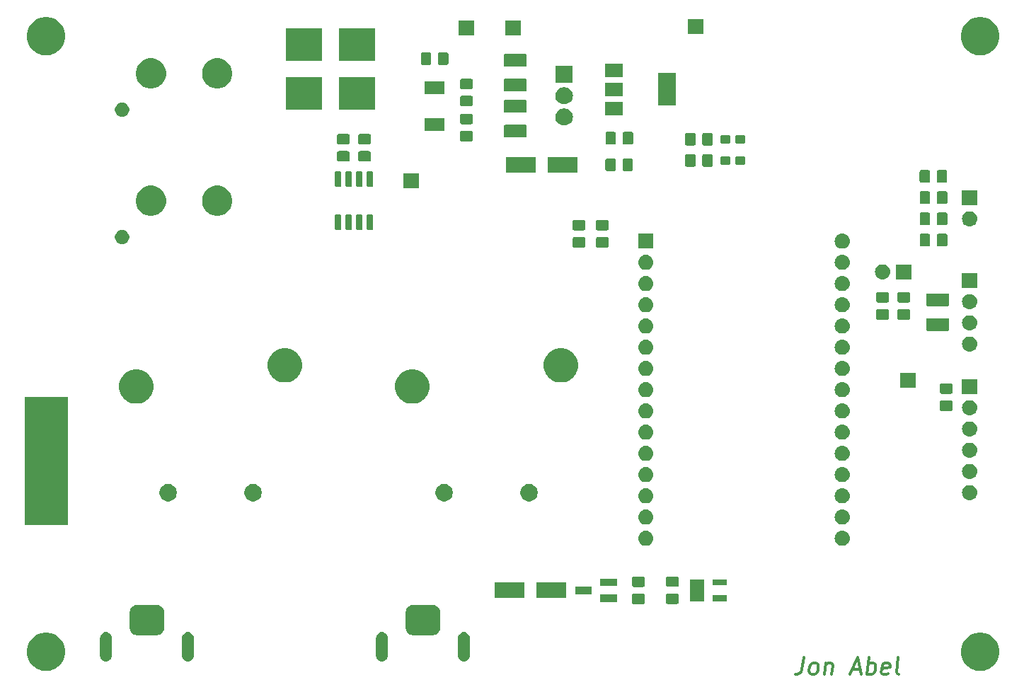
<source format=gbr>
G04 #@! TF.GenerationSoftware,KiCad,Pcbnew,(5.1.4)-1*
G04 #@! TF.CreationDate,2019-10-17T16:47:07-04:00*
G04 #@! TF.ProjectId,SegMan,5365674d-616e-42e6-9b69-6361645f7063,1.0*
G04 #@! TF.SameCoordinates,Original*
G04 #@! TF.FileFunction,Soldermask,Top*
G04 #@! TF.FilePolarity,Negative*
%FSLAX46Y46*%
G04 Gerber Fmt 4.6, Leading zero omitted, Abs format (unit mm)*
G04 Created by KiCad (PCBNEW (5.1.4)-1) date 2019-10-17 16:47:07*
%MOMM*%
%LPD*%
G04 APERTURE LIST*
%ADD10C,0.300000*%
%ADD11C,0.100000*%
G04 APERTURE END LIST*
D10*
X173183458Y-142414761D02*
X173004886Y-143843333D01*
X172873934Y-144129047D01*
X172659648Y-144319523D01*
X172362029Y-144414761D01*
X172171553Y-144414761D01*
X174171553Y-144414761D02*
X173992982Y-144319523D01*
X173909648Y-144224285D01*
X173838220Y-144033809D01*
X173909648Y-143462380D01*
X174028696Y-143271904D01*
X174135839Y-143176666D01*
X174338220Y-143081428D01*
X174623934Y-143081428D01*
X174802505Y-143176666D01*
X174885839Y-143271904D01*
X174957267Y-143462380D01*
X174885839Y-144033809D01*
X174766791Y-144224285D01*
X174659648Y-144319523D01*
X174457267Y-144414761D01*
X174171553Y-144414761D01*
X175862029Y-143081428D02*
X175695363Y-144414761D01*
X175838220Y-143271904D02*
X175945363Y-143176666D01*
X176147744Y-143081428D01*
X176433458Y-143081428D01*
X176612029Y-143176666D01*
X176683458Y-143367142D01*
X176552505Y-144414761D01*
X179004886Y-143843333D02*
X179957267Y-143843333D01*
X178742982Y-144414761D02*
X179659648Y-142414761D01*
X180076315Y-144414761D01*
X180742982Y-144414761D02*
X180992982Y-142414761D01*
X180897744Y-143176666D02*
X181100125Y-143081428D01*
X181481077Y-143081428D01*
X181659648Y-143176666D01*
X181742982Y-143271904D01*
X181814410Y-143462380D01*
X181742982Y-144033809D01*
X181623934Y-144224285D01*
X181516791Y-144319523D01*
X181314410Y-144414761D01*
X180933458Y-144414761D01*
X180754886Y-144319523D01*
X183326315Y-144319523D02*
X183123934Y-144414761D01*
X182742982Y-144414761D01*
X182564410Y-144319523D01*
X182492982Y-144129047D01*
X182588220Y-143367142D01*
X182707267Y-143176666D01*
X182909648Y-143081428D01*
X183290601Y-143081428D01*
X183469172Y-143176666D01*
X183540601Y-143367142D01*
X183516791Y-143557619D01*
X182540601Y-143748095D01*
X184552505Y-144414761D02*
X184373934Y-144319523D01*
X184302505Y-144129047D01*
X184516791Y-142414761D01*
D11*
G36*
X85090000Y-126492000D02*
G01*
X80010000Y-126492000D01*
X80010000Y-111252000D01*
X85090000Y-111252000D01*
X85090000Y-126492000D01*
G37*
X85090000Y-126492000D02*
X80010000Y-126492000D01*
X80010000Y-111252000D01*
X85090000Y-111252000D01*
X85090000Y-126492000D01*
G36*
X194758903Y-139475213D02*
G01*
X194981177Y-139519426D01*
X195399932Y-139692880D01*
X195776802Y-139944696D01*
X196097304Y-140265198D01*
X196349120Y-140642068D01*
X196522574Y-141060823D01*
X196611000Y-141505371D01*
X196611000Y-141958629D01*
X196522574Y-142403177D01*
X196349120Y-142821932D01*
X196097304Y-143198802D01*
X195776802Y-143519304D01*
X195399932Y-143771120D01*
X194981177Y-143944574D01*
X194758903Y-143988787D01*
X194536630Y-144033000D01*
X194083370Y-144033000D01*
X193861097Y-143988787D01*
X193638823Y-143944574D01*
X193220068Y-143771120D01*
X192843198Y-143519304D01*
X192522696Y-143198802D01*
X192270880Y-142821932D01*
X192097426Y-142403177D01*
X192009000Y-141958629D01*
X192009000Y-141505371D01*
X192097426Y-141060823D01*
X192270880Y-140642068D01*
X192522696Y-140265198D01*
X192843198Y-139944696D01*
X193220068Y-139692880D01*
X193638823Y-139519426D01*
X193861097Y-139475213D01*
X194083370Y-139431000D01*
X194536630Y-139431000D01*
X194758903Y-139475213D01*
X194758903Y-139475213D01*
G37*
G36*
X82998903Y-139475213D02*
G01*
X83221177Y-139519426D01*
X83639932Y-139692880D01*
X84016802Y-139944696D01*
X84337304Y-140265198D01*
X84589120Y-140642068D01*
X84762574Y-141060823D01*
X84851000Y-141505371D01*
X84851000Y-141958629D01*
X84762574Y-142403177D01*
X84589120Y-142821932D01*
X84337304Y-143198802D01*
X84016802Y-143519304D01*
X83639932Y-143771120D01*
X83221177Y-143944574D01*
X82998903Y-143988787D01*
X82776630Y-144033000D01*
X82323370Y-144033000D01*
X82101097Y-143988787D01*
X81878823Y-143944574D01*
X81460068Y-143771120D01*
X81083198Y-143519304D01*
X80762696Y-143198802D01*
X80510880Y-142821932D01*
X80337426Y-142403177D01*
X80249000Y-141958629D01*
X80249000Y-141505371D01*
X80337426Y-141060823D01*
X80510880Y-140642068D01*
X80762696Y-140265198D01*
X81083198Y-139944696D01*
X81460068Y-139692880D01*
X81878823Y-139519426D01*
X82101097Y-139475213D01*
X82323370Y-139431000D01*
X82776630Y-139431000D01*
X82998903Y-139475213D01*
X82998903Y-139475213D01*
G37*
G36*
X122872420Y-139381143D02*
G01*
X123004556Y-139421227D01*
X123004558Y-139421228D01*
X123126338Y-139486320D01*
X123126340Y-139486321D01*
X123126339Y-139486321D01*
X123233080Y-139573920D01*
X123299172Y-139654454D01*
X123320680Y-139680661D01*
X123343310Y-139723000D01*
X123385773Y-139802443D01*
X123425857Y-139934579D01*
X123436000Y-140037568D01*
X123436000Y-142206432D01*
X123425857Y-142309421D01*
X123385773Y-142441557D01*
X123385772Y-142441559D01*
X123320680Y-142563339D01*
X123233080Y-142670080D01*
X123126339Y-142757680D01*
X123004559Y-142822772D01*
X123004557Y-142822773D01*
X122872421Y-142862857D01*
X122735000Y-142876391D01*
X122597580Y-142862857D01*
X122465444Y-142822773D01*
X122465442Y-142822772D01*
X122343662Y-142757680D01*
X122236921Y-142670080D01*
X122149321Y-142563339D01*
X122084229Y-142441559D01*
X122084228Y-142441557D01*
X122044144Y-142309421D01*
X122034001Y-142206432D01*
X122034000Y-140037569D01*
X122044143Y-139934580D01*
X122084227Y-139802444D01*
X122135939Y-139705697D01*
X122149320Y-139680662D01*
X122170828Y-139654454D01*
X122236920Y-139573920D01*
X122343660Y-139486321D01*
X122343659Y-139486321D01*
X122343661Y-139486320D01*
X122465441Y-139421228D01*
X122465443Y-139421227D01*
X122597579Y-139381143D01*
X122735000Y-139367609D01*
X122872420Y-139381143D01*
X122872420Y-139381143D01*
G37*
G36*
X132672420Y-139381143D02*
G01*
X132804556Y-139421227D01*
X132804558Y-139421228D01*
X132926338Y-139486320D01*
X132926340Y-139486321D01*
X132926339Y-139486321D01*
X133033080Y-139573920D01*
X133099172Y-139654454D01*
X133120680Y-139680661D01*
X133143310Y-139723000D01*
X133185773Y-139802443D01*
X133225857Y-139934579D01*
X133236000Y-140037568D01*
X133236000Y-142206432D01*
X133225857Y-142309421D01*
X133185773Y-142441557D01*
X133185772Y-142441559D01*
X133120680Y-142563339D01*
X133033080Y-142670080D01*
X132926339Y-142757680D01*
X132804559Y-142822772D01*
X132804557Y-142822773D01*
X132672421Y-142862857D01*
X132535000Y-142876391D01*
X132397580Y-142862857D01*
X132265444Y-142822773D01*
X132265442Y-142822772D01*
X132143662Y-142757680D01*
X132036921Y-142670080D01*
X131949321Y-142563339D01*
X131884229Y-142441559D01*
X131884228Y-142441557D01*
X131844144Y-142309421D01*
X131834001Y-142206432D01*
X131834000Y-140037569D01*
X131844143Y-139934580D01*
X131884227Y-139802444D01*
X131935939Y-139705697D01*
X131949320Y-139680662D01*
X131970828Y-139654454D01*
X132036920Y-139573920D01*
X132143660Y-139486321D01*
X132143659Y-139486321D01*
X132143661Y-139486320D01*
X132265441Y-139421228D01*
X132265443Y-139421227D01*
X132397579Y-139381143D01*
X132535000Y-139367609D01*
X132672420Y-139381143D01*
X132672420Y-139381143D01*
G37*
G36*
X89852420Y-139381143D02*
G01*
X89984556Y-139421227D01*
X89984558Y-139421228D01*
X90106338Y-139486320D01*
X90106340Y-139486321D01*
X90106339Y-139486321D01*
X90213080Y-139573920D01*
X90279172Y-139654454D01*
X90300680Y-139680661D01*
X90323310Y-139723000D01*
X90365773Y-139802443D01*
X90405857Y-139934579D01*
X90416000Y-140037568D01*
X90416000Y-142206432D01*
X90405857Y-142309421D01*
X90365773Y-142441557D01*
X90365772Y-142441559D01*
X90300680Y-142563339D01*
X90213080Y-142670080D01*
X90106339Y-142757680D01*
X89984559Y-142822772D01*
X89984557Y-142822773D01*
X89852421Y-142862857D01*
X89715000Y-142876391D01*
X89577580Y-142862857D01*
X89445444Y-142822773D01*
X89445442Y-142822772D01*
X89323662Y-142757680D01*
X89216921Y-142670080D01*
X89129321Y-142563339D01*
X89064229Y-142441559D01*
X89064228Y-142441557D01*
X89024144Y-142309421D01*
X89014001Y-142206432D01*
X89014000Y-140037569D01*
X89024143Y-139934580D01*
X89064227Y-139802444D01*
X89115939Y-139705697D01*
X89129320Y-139680662D01*
X89150828Y-139654454D01*
X89216920Y-139573920D01*
X89323660Y-139486321D01*
X89323659Y-139486321D01*
X89323661Y-139486320D01*
X89445441Y-139421228D01*
X89445443Y-139421227D01*
X89577579Y-139381143D01*
X89715000Y-139367609D01*
X89852420Y-139381143D01*
X89852420Y-139381143D01*
G37*
G36*
X99652420Y-139381143D02*
G01*
X99784556Y-139421227D01*
X99784558Y-139421228D01*
X99906338Y-139486320D01*
X99906340Y-139486321D01*
X99906339Y-139486321D01*
X100013080Y-139573920D01*
X100079172Y-139654454D01*
X100100680Y-139680661D01*
X100123310Y-139723000D01*
X100165773Y-139802443D01*
X100205857Y-139934579D01*
X100216000Y-140037568D01*
X100216000Y-142206432D01*
X100205857Y-142309421D01*
X100165773Y-142441557D01*
X100165772Y-142441559D01*
X100100680Y-142563339D01*
X100013080Y-142670080D01*
X99906339Y-142757680D01*
X99784559Y-142822772D01*
X99784557Y-142822773D01*
X99652421Y-142862857D01*
X99515000Y-142876391D01*
X99377580Y-142862857D01*
X99245444Y-142822773D01*
X99245442Y-142822772D01*
X99123662Y-142757680D01*
X99016921Y-142670080D01*
X98929321Y-142563339D01*
X98864229Y-142441559D01*
X98864228Y-142441557D01*
X98824144Y-142309421D01*
X98814001Y-142206432D01*
X98814000Y-140037569D01*
X98824143Y-139934580D01*
X98864227Y-139802444D01*
X98915939Y-139705697D01*
X98929320Y-139680662D01*
X98950828Y-139654454D01*
X99016920Y-139573920D01*
X99123660Y-139486321D01*
X99123659Y-139486321D01*
X99123661Y-139486320D01*
X99245441Y-139421228D01*
X99245443Y-139421227D01*
X99377579Y-139381143D01*
X99515000Y-139367609D01*
X99652420Y-139381143D01*
X99652420Y-139381143D01*
G37*
G36*
X129011366Y-136137695D02*
G01*
X129168460Y-136185349D01*
X129313231Y-136262731D01*
X129440128Y-136366872D01*
X129544269Y-136493769D01*
X129621651Y-136638540D01*
X129669305Y-136795634D01*
X129686000Y-136965140D01*
X129686000Y-138878860D01*
X129669305Y-139048366D01*
X129621651Y-139205460D01*
X129544269Y-139350231D01*
X129440128Y-139477128D01*
X129313231Y-139581269D01*
X129168460Y-139658651D01*
X129011366Y-139706305D01*
X128841860Y-139723000D01*
X126428140Y-139723000D01*
X126258634Y-139706305D01*
X126101540Y-139658651D01*
X125956769Y-139581269D01*
X125829872Y-139477128D01*
X125725731Y-139350231D01*
X125648349Y-139205460D01*
X125600695Y-139048366D01*
X125584000Y-138878860D01*
X125584000Y-136965140D01*
X125600695Y-136795634D01*
X125648349Y-136638540D01*
X125725731Y-136493769D01*
X125829872Y-136366872D01*
X125956769Y-136262731D01*
X126101540Y-136185349D01*
X126258634Y-136137695D01*
X126428140Y-136121000D01*
X128841860Y-136121000D01*
X129011366Y-136137695D01*
X129011366Y-136137695D01*
G37*
G36*
X95991366Y-136137695D02*
G01*
X96148460Y-136185349D01*
X96293231Y-136262731D01*
X96420128Y-136366872D01*
X96524269Y-136493769D01*
X96601651Y-136638540D01*
X96649305Y-136795634D01*
X96666000Y-136965140D01*
X96666000Y-138878860D01*
X96649305Y-139048366D01*
X96601651Y-139205460D01*
X96524269Y-139350231D01*
X96420128Y-139477128D01*
X96293231Y-139581269D01*
X96148460Y-139658651D01*
X95991366Y-139706305D01*
X95821860Y-139723000D01*
X93408140Y-139723000D01*
X93238634Y-139706305D01*
X93081540Y-139658651D01*
X92936769Y-139581269D01*
X92809872Y-139477128D01*
X92705731Y-139350231D01*
X92628349Y-139205460D01*
X92580695Y-139048366D01*
X92564000Y-138878860D01*
X92564000Y-136965140D01*
X92580695Y-136795634D01*
X92628349Y-136638540D01*
X92705731Y-136493769D01*
X92809872Y-136366872D01*
X92936769Y-136262731D01*
X93081540Y-136185349D01*
X93238634Y-136137695D01*
X93408140Y-136121000D01*
X95821860Y-136121000D01*
X95991366Y-136137695D01*
X95991366Y-136137695D01*
G37*
G36*
X154004674Y-134769465D02*
G01*
X154042367Y-134780899D01*
X154077103Y-134799466D01*
X154107548Y-134824452D01*
X154132534Y-134854897D01*
X154151101Y-134889633D01*
X154162535Y-134927326D01*
X154167000Y-134972661D01*
X154167000Y-135809339D01*
X154162535Y-135854674D01*
X154151101Y-135892367D01*
X154132534Y-135927103D01*
X154107548Y-135957548D01*
X154077103Y-135982534D01*
X154042367Y-136001101D01*
X154004674Y-136012535D01*
X153959339Y-136017000D01*
X152872661Y-136017000D01*
X152827326Y-136012535D01*
X152789633Y-136001101D01*
X152754897Y-135982534D01*
X152724452Y-135957548D01*
X152699466Y-135927103D01*
X152680899Y-135892367D01*
X152669465Y-135854674D01*
X152665000Y-135809339D01*
X152665000Y-134972661D01*
X152669465Y-134927326D01*
X152680899Y-134889633D01*
X152699466Y-134854897D01*
X152724452Y-134824452D01*
X152754897Y-134799466D01*
X152789633Y-134780899D01*
X152827326Y-134769465D01*
X152872661Y-134765000D01*
X153959339Y-134765000D01*
X154004674Y-134769465D01*
X154004674Y-134769465D01*
G37*
G36*
X158068674Y-134760465D02*
G01*
X158106367Y-134771899D01*
X158141103Y-134790466D01*
X158171548Y-134815452D01*
X158196534Y-134845897D01*
X158215101Y-134880633D01*
X158226535Y-134918326D01*
X158231000Y-134963661D01*
X158231000Y-135800339D01*
X158226535Y-135845674D01*
X158215101Y-135883367D01*
X158196534Y-135918103D01*
X158171548Y-135948548D01*
X158141103Y-135973534D01*
X158106367Y-135992101D01*
X158068674Y-136003535D01*
X158023339Y-136008000D01*
X156936661Y-136008000D01*
X156891326Y-136003535D01*
X156853633Y-135992101D01*
X156818897Y-135973534D01*
X156788452Y-135948548D01*
X156763466Y-135918103D01*
X156744899Y-135883367D01*
X156733465Y-135845674D01*
X156729000Y-135800339D01*
X156729000Y-134963661D01*
X156733465Y-134918326D01*
X156744899Y-134880633D01*
X156763466Y-134845897D01*
X156788452Y-134815452D01*
X156818897Y-134790466D01*
X156853633Y-134771899D01*
X156891326Y-134760465D01*
X156936661Y-134756000D01*
X158023339Y-134756000D01*
X158068674Y-134760465D01*
X158068674Y-134760465D01*
G37*
G36*
X150837000Y-135767000D02*
G01*
X148835000Y-135767000D01*
X148835000Y-134865000D01*
X150837000Y-134865000D01*
X150837000Y-135767000D01*
X150837000Y-135767000D01*
G37*
G36*
X161279000Y-135692000D02*
G01*
X159617000Y-135692000D01*
X159617000Y-133040000D01*
X161279000Y-133040000D01*
X161279000Y-135692000D01*
X161279000Y-135692000D01*
G37*
G36*
X163979000Y-135692000D02*
G01*
X162317000Y-135692000D01*
X162317000Y-134940000D01*
X163979000Y-134940000D01*
X163979000Y-135692000D01*
X163979000Y-135692000D01*
G37*
G36*
X139803000Y-135317000D02*
G01*
X136201000Y-135317000D01*
X136201000Y-133415000D01*
X139803000Y-133415000D01*
X139803000Y-135317000D01*
X139803000Y-135317000D01*
G37*
G36*
X144803000Y-135317000D02*
G01*
X141201000Y-135317000D01*
X141201000Y-133415000D01*
X144803000Y-133415000D01*
X144803000Y-135317000D01*
X144803000Y-135317000D01*
G37*
G36*
X147837000Y-134817000D02*
G01*
X145835000Y-134817000D01*
X145835000Y-133915000D01*
X147837000Y-133915000D01*
X147837000Y-134817000D01*
X147837000Y-134817000D01*
G37*
G36*
X154004674Y-132719465D02*
G01*
X154042367Y-132730899D01*
X154077103Y-132749466D01*
X154107548Y-132774452D01*
X154132534Y-132804897D01*
X154151101Y-132839633D01*
X154162535Y-132877326D01*
X154167000Y-132922661D01*
X154167000Y-133759339D01*
X154162535Y-133804674D01*
X154151101Y-133842367D01*
X154132534Y-133877103D01*
X154107548Y-133907548D01*
X154077103Y-133932534D01*
X154042367Y-133951101D01*
X154004674Y-133962535D01*
X153959339Y-133967000D01*
X152872661Y-133967000D01*
X152827326Y-133962535D01*
X152789633Y-133951101D01*
X152754897Y-133932534D01*
X152724452Y-133907548D01*
X152699466Y-133877103D01*
X152680899Y-133842367D01*
X152669465Y-133804674D01*
X152665000Y-133759339D01*
X152665000Y-132922661D01*
X152669465Y-132877326D01*
X152680899Y-132839633D01*
X152699466Y-132804897D01*
X152724452Y-132774452D01*
X152754897Y-132749466D01*
X152789633Y-132730899D01*
X152827326Y-132719465D01*
X152872661Y-132715000D01*
X153959339Y-132715000D01*
X154004674Y-132719465D01*
X154004674Y-132719465D01*
G37*
G36*
X158068674Y-132710465D02*
G01*
X158106367Y-132721899D01*
X158141103Y-132740466D01*
X158171548Y-132765452D01*
X158196534Y-132795897D01*
X158215101Y-132830633D01*
X158226535Y-132868326D01*
X158231000Y-132913661D01*
X158231000Y-133750339D01*
X158226535Y-133795674D01*
X158215101Y-133833367D01*
X158196534Y-133868103D01*
X158171548Y-133898548D01*
X158141103Y-133923534D01*
X158106367Y-133942101D01*
X158068674Y-133953535D01*
X158023339Y-133958000D01*
X156936661Y-133958000D01*
X156891326Y-133953535D01*
X156853633Y-133942101D01*
X156818897Y-133923534D01*
X156788452Y-133898548D01*
X156763466Y-133868103D01*
X156744899Y-133833367D01*
X156733465Y-133795674D01*
X156729000Y-133750339D01*
X156729000Y-132913661D01*
X156733465Y-132868326D01*
X156744899Y-132830633D01*
X156763466Y-132795897D01*
X156788452Y-132765452D01*
X156818897Y-132740466D01*
X156853633Y-132721899D01*
X156891326Y-132710465D01*
X156936661Y-132706000D01*
X158023339Y-132706000D01*
X158068674Y-132710465D01*
X158068674Y-132710465D01*
G37*
G36*
X150837000Y-133867000D02*
G01*
X148835000Y-133867000D01*
X148835000Y-132965000D01*
X150837000Y-132965000D01*
X150837000Y-133867000D01*
X150837000Y-133867000D01*
G37*
G36*
X163979000Y-133792000D02*
G01*
X162317000Y-133792000D01*
X162317000Y-133040000D01*
X163979000Y-133040000D01*
X163979000Y-133792000D01*
X163979000Y-133792000D01*
G37*
G36*
X154415443Y-127248519D02*
G01*
X154481627Y-127255037D01*
X154651466Y-127306557D01*
X154807991Y-127390222D01*
X154843729Y-127419552D01*
X154945186Y-127502814D01*
X155028448Y-127604271D01*
X155057778Y-127640009D01*
X155141443Y-127796534D01*
X155192963Y-127966373D01*
X155210359Y-128143000D01*
X155192963Y-128319627D01*
X155141443Y-128489466D01*
X155057778Y-128645991D01*
X155028448Y-128681729D01*
X154945186Y-128783186D01*
X154843729Y-128866448D01*
X154807991Y-128895778D01*
X154651466Y-128979443D01*
X154481627Y-129030963D01*
X154415442Y-129037482D01*
X154349260Y-129044000D01*
X154260740Y-129044000D01*
X154194558Y-129037482D01*
X154128373Y-129030963D01*
X153958534Y-128979443D01*
X153802009Y-128895778D01*
X153766271Y-128866448D01*
X153664814Y-128783186D01*
X153581552Y-128681729D01*
X153552222Y-128645991D01*
X153468557Y-128489466D01*
X153417037Y-128319627D01*
X153399641Y-128143000D01*
X153417037Y-127966373D01*
X153468557Y-127796534D01*
X153552222Y-127640009D01*
X153581552Y-127604271D01*
X153664814Y-127502814D01*
X153766271Y-127419552D01*
X153802009Y-127390222D01*
X153958534Y-127306557D01*
X154128373Y-127255037D01*
X154194557Y-127248519D01*
X154260740Y-127242000D01*
X154349260Y-127242000D01*
X154415443Y-127248519D01*
X154415443Y-127248519D01*
G37*
G36*
X177910443Y-127248519D02*
G01*
X177976627Y-127255037D01*
X178146466Y-127306557D01*
X178302991Y-127390222D01*
X178338729Y-127419552D01*
X178440186Y-127502814D01*
X178523448Y-127604271D01*
X178552778Y-127640009D01*
X178636443Y-127796534D01*
X178687963Y-127966373D01*
X178705359Y-128143000D01*
X178687963Y-128319627D01*
X178636443Y-128489466D01*
X178552778Y-128645991D01*
X178523448Y-128681729D01*
X178440186Y-128783186D01*
X178338729Y-128866448D01*
X178302991Y-128895778D01*
X178146466Y-128979443D01*
X177976627Y-129030963D01*
X177910442Y-129037482D01*
X177844260Y-129044000D01*
X177755740Y-129044000D01*
X177689558Y-129037482D01*
X177623373Y-129030963D01*
X177453534Y-128979443D01*
X177297009Y-128895778D01*
X177261271Y-128866448D01*
X177159814Y-128783186D01*
X177076552Y-128681729D01*
X177047222Y-128645991D01*
X176963557Y-128489466D01*
X176912037Y-128319627D01*
X176894641Y-128143000D01*
X176912037Y-127966373D01*
X176963557Y-127796534D01*
X177047222Y-127640009D01*
X177076552Y-127604271D01*
X177159814Y-127502814D01*
X177261271Y-127419552D01*
X177297009Y-127390222D01*
X177453534Y-127306557D01*
X177623373Y-127255037D01*
X177689557Y-127248519D01*
X177755740Y-127242000D01*
X177844260Y-127242000D01*
X177910443Y-127248519D01*
X177910443Y-127248519D01*
G37*
G36*
X154415442Y-124708518D02*
G01*
X154481627Y-124715037D01*
X154651466Y-124766557D01*
X154807991Y-124850222D01*
X154843729Y-124879552D01*
X154945186Y-124962814D01*
X155028448Y-125064271D01*
X155057778Y-125100009D01*
X155141443Y-125256534D01*
X155192963Y-125426373D01*
X155210359Y-125603000D01*
X155192963Y-125779627D01*
X155141443Y-125949466D01*
X155057778Y-126105991D01*
X155028448Y-126141729D01*
X154945186Y-126243186D01*
X154843729Y-126326448D01*
X154807991Y-126355778D01*
X154651466Y-126439443D01*
X154481627Y-126490963D01*
X154415442Y-126497482D01*
X154349260Y-126504000D01*
X154260740Y-126504000D01*
X154194558Y-126497482D01*
X154128373Y-126490963D01*
X153958534Y-126439443D01*
X153802009Y-126355778D01*
X153766271Y-126326448D01*
X153664814Y-126243186D01*
X153581552Y-126141729D01*
X153552222Y-126105991D01*
X153468557Y-125949466D01*
X153417037Y-125779627D01*
X153399641Y-125603000D01*
X153417037Y-125426373D01*
X153468557Y-125256534D01*
X153552222Y-125100009D01*
X153581552Y-125064271D01*
X153664814Y-124962814D01*
X153766271Y-124879552D01*
X153802009Y-124850222D01*
X153958534Y-124766557D01*
X154128373Y-124715037D01*
X154194558Y-124708518D01*
X154260740Y-124702000D01*
X154349260Y-124702000D01*
X154415442Y-124708518D01*
X154415442Y-124708518D01*
G37*
G36*
X177910442Y-124708518D02*
G01*
X177976627Y-124715037D01*
X178146466Y-124766557D01*
X178302991Y-124850222D01*
X178338729Y-124879552D01*
X178440186Y-124962814D01*
X178523448Y-125064271D01*
X178552778Y-125100009D01*
X178636443Y-125256534D01*
X178687963Y-125426373D01*
X178705359Y-125603000D01*
X178687963Y-125779627D01*
X178636443Y-125949466D01*
X178552778Y-126105991D01*
X178523448Y-126141729D01*
X178440186Y-126243186D01*
X178338729Y-126326448D01*
X178302991Y-126355778D01*
X178146466Y-126439443D01*
X177976627Y-126490963D01*
X177910442Y-126497482D01*
X177844260Y-126504000D01*
X177755740Y-126504000D01*
X177689558Y-126497482D01*
X177623373Y-126490963D01*
X177453534Y-126439443D01*
X177297009Y-126355778D01*
X177261271Y-126326448D01*
X177159814Y-126243186D01*
X177076552Y-126141729D01*
X177047222Y-126105991D01*
X176963557Y-125949466D01*
X176912037Y-125779627D01*
X176894641Y-125603000D01*
X176912037Y-125426373D01*
X176963557Y-125256534D01*
X177047222Y-125100009D01*
X177076552Y-125064271D01*
X177159814Y-124962814D01*
X177261271Y-124879552D01*
X177297009Y-124850222D01*
X177453534Y-124766557D01*
X177623373Y-124715037D01*
X177689558Y-124708518D01*
X177755740Y-124702000D01*
X177844260Y-124702000D01*
X177910442Y-124708518D01*
X177910442Y-124708518D01*
G37*
G36*
X177910442Y-122168518D02*
G01*
X177976627Y-122175037D01*
X178146466Y-122226557D01*
X178302991Y-122310222D01*
X178338729Y-122339552D01*
X178440186Y-122422814D01*
X178507939Y-122505373D01*
X178552778Y-122560009D01*
X178636443Y-122716534D01*
X178687963Y-122886373D01*
X178705359Y-123063000D01*
X178687963Y-123239627D01*
X178636443Y-123409466D01*
X178552778Y-123565991D01*
X178549518Y-123569963D01*
X178440186Y-123703186D01*
X178338729Y-123786448D01*
X178302991Y-123815778D01*
X178146466Y-123899443D01*
X177976627Y-123950963D01*
X177910443Y-123957481D01*
X177844260Y-123964000D01*
X177755740Y-123964000D01*
X177689557Y-123957481D01*
X177623373Y-123950963D01*
X177453534Y-123899443D01*
X177297009Y-123815778D01*
X177261271Y-123786448D01*
X177159814Y-123703186D01*
X177050482Y-123569963D01*
X177047222Y-123565991D01*
X176963557Y-123409466D01*
X176912037Y-123239627D01*
X176894641Y-123063000D01*
X176912037Y-122886373D01*
X176963557Y-122716534D01*
X177047222Y-122560009D01*
X177092061Y-122505373D01*
X177159814Y-122422814D01*
X177261271Y-122339552D01*
X177297009Y-122310222D01*
X177453534Y-122226557D01*
X177623373Y-122175037D01*
X177689558Y-122168518D01*
X177755740Y-122162000D01*
X177844260Y-122162000D01*
X177910442Y-122168518D01*
X177910442Y-122168518D01*
G37*
G36*
X154415442Y-122168518D02*
G01*
X154481627Y-122175037D01*
X154651466Y-122226557D01*
X154807991Y-122310222D01*
X154843729Y-122339552D01*
X154945186Y-122422814D01*
X155012939Y-122505373D01*
X155057778Y-122560009D01*
X155141443Y-122716534D01*
X155192963Y-122886373D01*
X155210359Y-123063000D01*
X155192963Y-123239627D01*
X155141443Y-123409466D01*
X155057778Y-123565991D01*
X155054518Y-123569963D01*
X154945186Y-123703186D01*
X154843729Y-123786448D01*
X154807991Y-123815778D01*
X154651466Y-123899443D01*
X154481627Y-123950963D01*
X154415443Y-123957481D01*
X154349260Y-123964000D01*
X154260740Y-123964000D01*
X154194557Y-123957481D01*
X154128373Y-123950963D01*
X153958534Y-123899443D01*
X153802009Y-123815778D01*
X153766271Y-123786448D01*
X153664814Y-123703186D01*
X153555482Y-123569963D01*
X153552222Y-123565991D01*
X153468557Y-123409466D01*
X153417037Y-123239627D01*
X153399641Y-123063000D01*
X153417037Y-122886373D01*
X153468557Y-122716534D01*
X153552222Y-122560009D01*
X153597061Y-122505373D01*
X153664814Y-122422814D01*
X153766271Y-122339552D01*
X153802009Y-122310222D01*
X153958534Y-122226557D01*
X154128373Y-122175037D01*
X154194558Y-122168518D01*
X154260740Y-122162000D01*
X154349260Y-122162000D01*
X154415442Y-122168518D01*
X154415442Y-122168518D01*
G37*
G36*
X140641564Y-121671389D02*
G01*
X140832833Y-121750615D01*
X140832835Y-121750616D01*
X140897819Y-121794037D01*
X141004973Y-121865635D01*
X141151365Y-122012027D01*
X141266385Y-122184167D01*
X141345611Y-122375436D01*
X141386000Y-122578484D01*
X141386000Y-122785516D01*
X141345611Y-122988564D01*
X141266385Y-123179833D01*
X141266384Y-123179835D01*
X141151365Y-123351973D01*
X141004973Y-123498365D01*
X140832835Y-123613384D01*
X140832834Y-123613385D01*
X140832833Y-123613385D01*
X140641564Y-123692611D01*
X140438516Y-123733000D01*
X140231484Y-123733000D01*
X140028436Y-123692611D01*
X139837167Y-123613385D01*
X139837166Y-123613385D01*
X139837165Y-123613384D01*
X139665027Y-123498365D01*
X139518635Y-123351973D01*
X139403616Y-123179835D01*
X139403615Y-123179833D01*
X139324389Y-122988564D01*
X139284000Y-122785516D01*
X139284000Y-122578484D01*
X139324389Y-122375436D01*
X139403615Y-122184167D01*
X139518635Y-122012027D01*
X139665027Y-121865635D01*
X139772181Y-121794037D01*
X139837165Y-121750616D01*
X139837167Y-121750615D01*
X140028436Y-121671389D01*
X140231484Y-121631000D01*
X140438516Y-121631000D01*
X140641564Y-121671389D01*
X140641564Y-121671389D01*
G37*
G36*
X130481564Y-121671389D02*
G01*
X130672833Y-121750615D01*
X130672835Y-121750616D01*
X130737819Y-121794037D01*
X130844973Y-121865635D01*
X130991365Y-122012027D01*
X131106385Y-122184167D01*
X131185611Y-122375436D01*
X131226000Y-122578484D01*
X131226000Y-122785516D01*
X131185611Y-122988564D01*
X131106385Y-123179833D01*
X131106384Y-123179835D01*
X130991365Y-123351973D01*
X130844973Y-123498365D01*
X130672835Y-123613384D01*
X130672834Y-123613385D01*
X130672833Y-123613385D01*
X130481564Y-123692611D01*
X130278516Y-123733000D01*
X130071484Y-123733000D01*
X129868436Y-123692611D01*
X129677167Y-123613385D01*
X129677166Y-123613385D01*
X129677165Y-123613384D01*
X129505027Y-123498365D01*
X129358635Y-123351973D01*
X129243616Y-123179835D01*
X129243615Y-123179833D01*
X129164389Y-122988564D01*
X129124000Y-122785516D01*
X129124000Y-122578484D01*
X129164389Y-122375436D01*
X129243615Y-122184167D01*
X129358635Y-122012027D01*
X129505027Y-121865635D01*
X129612181Y-121794037D01*
X129677165Y-121750616D01*
X129677167Y-121750615D01*
X129868436Y-121671389D01*
X130071484Y-121631000D01*
X130278516Y-121631000D01*
X130481564Y-121671389D01*
X130481564Y-121671389D01*
G37*
G36*
X97461564Y-121671389D02*
G01*
X97652833Y-121750615D01*
X97652835Y-121750616D01*
X97717819Y-121794037D01*
X97824973Y-121865635D01*
X97971365Y-122012027D01*
X98086385Y-122184167D01*
X98165611Y-122375436D01*
X98206000Y-122578484D01*
X98206000Y-122785516D01*
X98165611Y-122988564D01*
X98086385Y-123179833D01*
X98086384Y-123179835D01*
X97971365Y-123351973D01*
X97824973Y-123498365D01*
X97652835Y-123613384D01*
X97652834Y-123613385D01*
X97652833Y-123613385D01*
X97461564Y-123692611D01*
X97258516Y-123733000D01*
X97051484Y-123733000D01*
X96848436Y-123692611D01*
X96657167Y-123613385D01*
X96657166Y-123613385D01*
X96657165Y-123613384D01*
X96485027Y-123498365D01*
X96338635Y-123351973D01*
X96223616Y-123179835D01*
X96223615Y-123179833D01*
X96144389Y-122988564D01*
X96104000Y-122785516D01*
X96104000Y-122578484D01*
X96144389Y-122375436D01*
X96223615Y-122184167D01*
X96338635Y-122012027D01*
X96485027Y-121865635D01*
X96592181Y-121794037D01*
X96657165Y-121750616D01*
X96657167Y-121750615D01*
X96848436Y-121671389D01*
X97051484Y-121631000D01*
X97258516Y-121631000D01*
X97461564Y-121671389D01*
X97461564Y-121671389D01*
G37*
G36*
X107621564Y-121671389D02*
G01*
X107812833Y-121750615D01*
X107812835Y-121750616D01*
X107877819Y-121794037D01*
X107984973Y-121865635D01*
X108131365Y-122012027D01*
X108246385Y-122184167D01*
X108325611Y-122375436D01*
X108366000Y-122578484D01*
X108366000Y-122785516D01*
X108325611Y-122988564D01*
X108246385Y-123179833D01*
X108246384Y-123179835D01*
X108131365Y-123351973D01*
X107984973Y-123498365D01*
X107812835Y-123613384D01*
X107812834Y-123613385D01*
X107812833Y-123613385D01*
X107621564Y-123692611D01*
X107418516Y-123733000D01*
X107211484Y-123733000D01*
X107008436Y-123692611D01*
X106817167Y-123613385D01*
X106817166Y-123613385D01*
X106817165Y-123613384D01*
X106645027Y-123498365D01*
X106498635Y-123351973D01*
X106383616Y-123179835D01*
X106383615Y-123179833D01*
X106304389Y-122988564D01*
X106264000Y-122785516D01*
X106264000Y-122578484D01*
X106304389Y-122375436D01*
X106383615Y-122184167D01*
X106498635Y-122012027D01*
X106645027Y-121865635D01*
X106752181Y-121794037D01*
X106817165Y-121750616D01*
X106817167Y-121750615D01*
X107008436Y-121671389D01*
X107211484Y-121631000D01*
X107418516Y-121631000D01*
X107621564Y-121671389D01*
X107621564Y-121671389D01*
G37*
G36*
X193150443Y-121787519D02*
G01*
X193216627Y-121794037D01*
X193386466Y-121845557D01*
X193542991Y-121929222D01*
X193578729Y-121958552D01*
X193680186Y-122041814D01*
X193763448Y-122143271D01*
X193792778Y-122179009D01*
X193876443Y-122335534D01*
X193927963Y-122505373D01*
X193945359Y-122682000D01*
X193927963Y-122858627D01*
X193876443Y-123028466D01*
X193792778Y-123184991D01*
X193763448Y-123220729D01*
X193680186Y-123322186D01*
X193578729Y-123405448D01*
X193542991Y-123434778D01*
X193386466Y-123518443D01*
X193216627Y-123569963D01*
X193150443Y-123576481D01*
X193084260Y-123583000D01*
X192995740Y-123583000D01*
X192929557Y-123576481D01*
X192863373Y-123569963D01*
X192693534Y-123518443D01*
X192537009Y-123434778D01*
X192501271Y-123405448D01*
X192399814Y-123322186D01*
X192316552Y-123220729D01*
X192287222Y-123184991D01*
X192203557Y-123028466D01*
X192152037Y-122858627D01*
X192134641Y-122682000D01*
X192152037Y-122505373D01*
X192203557Y-122335534D01*
X192287222Y-122179009D01*
X192316552Y-122143271D01*
X192399814Y-122041814D01*
X192501271Y-121958552D01*
X192537009Y-121929222D01*
X192693534Y-121845557D01*
X192863373Y-121794037D01*
X192929557Y-121787519D01*
X192995740Y-121781000D01*
X193084260Y-121781000D01*
X193150443Y-121787519D01*
X193150443Y-121787519D01*
G37*
G36*
X154415442Y-119628518D02*
G01*
X154481627Y-119635037D01*
X154651466Y-119686557D01*
X154807991Y-119770222D01*
X154843729Y-119799552D01*
X154945186Y-119882814D01*
X155012939Y-119965373D01*
X155057778Y-120020009D01*
X155141443Y-120176534D01*
X155192963Y-120346373D01*
X155210359Y-120523000D01*
X155192963Y-120699627D01*
X155141443Y-120869466D01*
X155057778Y-121025991D01*
X155054518Y-121029963D01*
X154945186Y-121163186D01*
X154843729Y-121246448D01*
X154807991Y-121275778D01*
X154651466Y-121359443D01*
X154481627Y-121410963D01*
X154415442Y-121417482D01*
X154349260Y-121424000D01*
X154260740Y-121424000D01*
X154194558Y-121417482D01*
X154128373Y-121410963D01*
X153958534Y-121359443D01*
X153802009Y-121275778D01*
X153766271Y-121246448D01*
X153664814Y-121163186D01*
X153555482Y-121029963D01*
X153552222Y-121025991D01*
X153468557Y-120869466D01*
X153417037Y-120699627D01*
X153399641Y-120523000D01*
X153417037Y-120346373D01*
X153468557Y-120176534D01*
X153552222Y-120020009D01*
X153597061Y-119965373D01*
X153664814Y-119882814D01*
X153766271Y-119799552D01*
X153802009Y-119770222D01*
X153958534Y-119686557D01*
X154128373Y-119635037D01*
X154194558Y-119628518D01*
X154260740Y-119622000D01*
X154349260Y-119622000D01*
X154415442Y-119628518D01*
X154415442Y-119628518D01*
G37*
G36*
X177910442Y-119628518D02*
G01*
X177976627Y-119635037D01*
X178146466Y-119686557D01*
X178302991Y-119770222D01*
X178338729Y-119799552D01*
X178440186Y-119882814D01*
X178507939Y-119965373D01*
X178552778Y-120020009D01*
X178636443Y-120176534D01*
X178687963Y-120346373D01*
X178705359Y-120523000D01*
X178687963Y-120699627D01*
X178636443Y-120869466D01*
X178552778Y-121025991D01*
X178549518Y-121029963D01*
X178440186Y-121163186D01*
X178338729Y-121246448D01*
X178302991Y-121275778D01*
X178146466Y-121359443D01*
X177976627Y-121410963D01*
X177910442Y-121417482D01*
X177844260Y-121424000D01*
X177755740Y-121424000D01*
X177689558Y-121417482D01*
X177623373Y-121410963D01*
X177453534Y-121359443D01*
X177297009Y-121275778D01*
X177261271Y-121246448D01*
X177159814Y-121163186D01*
X177050482Y-121029963D01*
X177047222Y-121025991D01*
X176963557Y-120869466D01*
X176912037Y-120699627D01*
X176894641Y-120523000D01*
X176912037Y-120346373D01*
X176963557Y-120176534D01*
X177047222Y-120020009D01*
X177092061Y-119965373D01*
X177159814Y-119882814D01*
X177261271Y-119799552D01*
X177297009Y-119770222D01*
X177453534Y-119686557D01*
X177623373Y-119635037D01*
X177689558Y-119628518D01*
X177755740Y-119622000D01*
X177844260Y-119622000D01*
X177910442Y-119628518D01*
X177910442Y-119628518D01*
G37*
G36*
X193150443Y-119247519D02*
G01*
X193216627Y-119254037D01*
X193386466Y-119305557D01*
X193542991Y-119389222D01*
X193578729Y-119418552D01*
X193680186Y-119501814D01*
X193763448Y-119603271D01*
X193792778Y-119639009D01*
X193876443Y-119795534D01*
X193927963Y-119965373D01*
X193945359Y-120142000D01*
X193927963Y-120318627D01*
X193876443Y-120488466D01*
X193792778Y-120644991D01*
X193763448Y-120680729D01*
X193680186Y-120782186D01*
X193578729Y-120865448D01*
X193542991Y-120894778D01*
X193386466Y-120978443D01*
X193216627Y-121029963D01*
X193150442Y-121036482D01*
X193084260Y-121043000D01*
X192995740Y-121043000D01*
X192929558Y-121036482D01*
X192863373Y-121029963D01*
X192693534Y-120978443D01*
X192537009Y-120894778D01*
X192501271Y-120865448D01*
X192399814Y-120782186D01*
X192316552Y-120680729D01*
X192287222Y-120644991D01*
X192203557Y-120488466D01*
X192152037Y-120318627D01*
X192134641Y-120142000D01*
X192152037Y-119965373D01*
X192203557Y-119795534D01*
X192287222Y-119639009D01*
X192316552Y-119603271D01*
X192399814Y-119501814D01*
X192501271Y-119418552D01*
X192537009Y-119389222D01*
X192693534Y-119305557D01*
X192863373Y-119254037D01*
X192929557Y-119247519D01*
X192995740Y-119241000D01*
X193084260Y-119241000D01*
X193150443Y-119247519D01*
X193150443Y-119247519D01*
G37*
G36*
X177910442Y-117088518D02*
G01*
X177976627Y-117095037D01*
X178146466Y-117146557D01*
X178302991Y-117230222D01*
X178338729Y-117259552D01*
X178440186Y-117342814D01*
X178507939Y-117425373D01*
X178552778Y-117480009D01*
X178636443Y-117636534D01*
X178687963Y-117806373D01*
X178705359Y-117983000D01*
X178687963Y-118159627D01*
X178636443Y-118329466D01*
X178552778Y-118485991D01*
X178549518Y-118489963D01*
X178440186Y-118623186D01*
X178338729Y-118706448D01*
X178302991Y-118735778D01*
X178146466Y-118819443D01*
X177976627Y-118870963D01*
X177910442Y-118877482D01*
X177844260Y-118884000D01*
X177755740Y-118884000D01*
X177689558Y-118877482D01*
X177623373Y-118870963D01*
X177453534Y-118819443D01*
X177297009Y-118735778D01*
X177261271Y-118706448D01*
X177159814Y-118623186D01*
X177050482Y-118489963D01*
X177047222Y-118485991D01*
X176963557Y-118329466D01*
X176912037Y-118159627D01*
X176894641Y-117983000D01*
X176912037Y-117806373D01*
X176963557Y-117636534D01*
X177047222Y-117480009D01*
X177092061Y-117425373D01*
X177159814Y-117342814D01*
X177261271Y-117259552D01*
X177297009Y-117230222D01*
X177453534Y-117146557D01*
X177623373Y-117095037D01*
X177689558Y-117088518D01*
X177755740Y-117082000D01*
X177844260Y-117082000D01*
X177910442Y-117088518D01*
X177910442Y-117088518D01*
G37*
G36*
X154415442Y-117088518D02*
G01*
X154481627Y-117095037D01*
X154651466Y-117146557D01*
X154807991Y-117230222D01*
X154843729Y-117259552D01*
X154945186Y-117342814D01*
X155012939Y-117425373D01*
X155057778Y-117480009D01*
X155141443Y-117636534D01*
X155192963Y-117806373D01*
X155210359Y-117983000D01*
X155192963Y-118159627D01*
X155141443Y-118329466D01*
X155057778Y-118485991D01*
X155054518Y-118489963D01*
X154945186Y-118623186D01*
X154843729Y-118706448D01*
X154807991Y-118735778D01*
X154651466Y-118819443D01*
X154481627Y-118870963D01*
X154415442Y-118877482D01*
X154349260Y-118884000D01*
X154260740Y-118884000D01*
X154194558Y-118877482D01*
X154128373Y-118870963D01*
X153958534Y-118819443D01*
X153802009Y-118735778D01*
X153766271Y-118706448D01*
X153664814Y-118623186D01*
X153555482Y-118489963D01*
X153552222Y-118485991D01*
X153468557Y-118329466D01*
X153417037Y-118159627D01*
X153399641Y-117983000D01*
X153417037Y-117806373D01*
X153468557Y-117636534D01*
X153552222Y-117480009D01*
X153597061Y-117425373D01*
X153664814Y-117342814D01*
X153766271Y-117259552D01*
X153802009Y-117230222D01*
X153958534Y-117146557D01*
X154128373Y-117095037D01*
X154194558Y-117088518D01*
X154260740Y-117082000D01*
X154349260Y-117082000D01*
X154415442Y-117088518D01*
X154415442Y-117088518D01*
G37*
G36*
X193150442Y-116707518D02*
G01*
X193216627Y-116714037D01*
X193386466Y-116765557D01*
X193542991Y-116849222D01*
X193578729Y-116878552D01*
X193680186Y-116961814D01*
X193763448Y-117063271D01*
X193792778Y-117099009D01*
X193876443Y-117255534D01*
X193927963Y-117425373D01*
X193945359Y-117602000D01*
X193927963Y-117778627D01*
X193876443Y-117948466D01*
X193792778Y-118104991D01*
X193763448Y-118140729D01*
X193680186Y-118242186D01*
X193578729Y-118325448D01*
X193542991Y-118354778D01*
X193386466Y-118438443D01*
X193216627Y-118489963D01*
X193150443Y-118496481D01*
X193084260Y-118503000D01*
X192995740Y-118503000D01*
X192929557Y-118496481D01*
X192863373Y-118489963D01*
X192693534Y-118438443D01*
X192537009Y-118354778D01*
X192501271Y-118325448D01*
X192399814Y-118242186D01*
X192316552Y-118140729D01*
X192287222Y-118104991D01*
X192203557Y-117948466D01*
X192152037Y-117778627D01*
X192134641Y-117602000D01*
X192152037Y-117425373D01*
X192203557Y-117255534D01*
X192287222Y-117099009D01*
X192316552Y-117063271D01*
X192399814Y-116961814D01*
X192501271Y-116878552D01*
X192537009Y-116849222D01*
X192693534Y-116765557D01*
X192863373Y-116714037D01*
X192929558Y-116707518D01*
X192995740Y-116701000D01*
X193084260Y-116701000D01*
X193150442Y-116707518D01*
X193150442Y-116707518D01*
G37*
G36*
X154415443Y-114548519D02*
G01*
X154481627Y-114555037D01*
X154651466Y-114606557D01*
X154807991Y-114690222D01*
X154843729Y-114719552D01*
X154945186Y-114802814D01*
X155012939Y-114885373D01*
X155057778Y-114940009D01*
X155141443Y-115096534D01*
X155192963Y-115266373D01*
X155210359Y-115443000D01*
X155192963Y-115619627D01*
X155141443Y-115789466D01*
X155057778Y-115945991D01*
X155054518Y-115949963D01*
X154945186Y-116083186D01*
X154843729Y-116166448D01*
X154807991Y-116195778D01*
X154651466Y-116279443D01*
X154481627Y-116330963D01*
X154415442Y-116337482D01*
X154349260Y-116344000D01*
X154260740Y-116344000D01*
X154194558Y-116337482D01*
X154128373Y-116330963D01*
X153958534Y-116279443D01*
X153802009Y-116195778D01*
X153766271Y-116166448D01*
X153664814Y-116083186D01*
X153555482Y-115949963D01*
X153552222Y-115945991D01*
X153468557Y-115789466D01*
X153417037Y-115619627D01*
X153399641Y-115443000D01*
X153417037Y-115266373D01*
X153468557Y-115096534D01*
X153552222Y-114940009D01*
X153597061Y-114885373D01*
X153664814Y-114802814D01*
X153766271Y-114719552D01*
X153802009Y-114690222D01*
X153958534Y-114606557D01*
X154128373Y-114555037D01*
X154194557Y-114548519D01*
X154260740Y-114542000D01*
X154349260Y-114542000D01*
X154415443Y-114548519D01*
X154415443Y-114548519D01*
G37*
G36*
X177910443Y-114548519D02*
G01*
X177976627Y-114555037D01*
X178146466Y-114606557D01*
X178302991Y-114690222D01*
X178338729Y-114719552D01*
X178440186Y-114802814D01*
X178507939Y-114885373D01*
X178552778Y-114940009D01*
X178636443Y-115096534D01*
X178687963Y-115266373D01*
X178705359Y-115443000D01*
X178687963Y-115619627D01*
X178636443Y-115789466D01*
X178552778Y-115945991D01*
X178549518Y-115949963D01*
X178440186Y-116083186D01*
X178338729Y-116166448D01*
X178302991Y-116195778D01*
X178146466Y-116279443D01*
X177976627Y-116330963D01*
X177910442Y-116337482D01*
X177844260Y-116344000D01*
X177755740Y-116344000D01*
X177689558Y-116337482D01*
X177623373Y-116330963D01*
X177453534Y-116279443D01*
X177297009Y-116195778D01*
X177261271Y-116166448D01*
X177159814Y-116083186D01*
X177050482Y-115949963D01*
X177047222Y-115945991D01*
X176963557Y-115789466D01*
X176912037Y-115619627D01*
X176894641Y-115443000D01*
X176912037Y-115266373D01*
X176963557Y-115096534D01*
X177047222Y-114940009D01*
X177092061Y-114885373D01*
X177159814Y-114802814D01*
X177261271Y-114719552D01*
X177297009Y-114690222D01*
X177453534Y-114606557D01*
X177623373Y-114555037D01*
X177689557Y-114548519D01*
X177755740Y-114542000D01*
X177844260Y-114542000D01*
X177910443Y-114548519D01*
X177910443Y-114548519D01*
G37*
G36*
X193150442Y-114167518D02*
G01*
X193216627Y-114174037D01*
X193386466Y-114225557D01*
X193542991Y-114309222D01*
X193578729Y-114338552D01*
X193680186Y-114421814D01*
X193763448Y-114523271D01*
X193792778Y-114559009D01*
X193876443Y-114715534D01*
X193927963Y-114885373D01*
X193945359Y-115062000D01*
X193927963Y-115238627D01*
X193876443Y-115408466D01*
X193792778Y-115564991D01*
X193763448Y-115600729D01*
X193680186Y-115702186D01*
X193578729Y-115785448D01*
X193542991Y-115814778D01*
X193386466Y-115898443D01*
X193216627Y-115949963D01*
X193150443Y-115956481D01*
X193084260Y-115963000D01*
X192995740Y-115963000D01*
X192929557Y-115956481D01*
X192863373Y-115949963D01*
X192693534Y-115898443D01*
X192537009Y-115814778D01*
X192501271Y-115785448D01*
X192399814Y-115702186D01*
X192316552Y-115600729D01*
X192287222Y-115564991D01*
X192203557Y-115408466D01*
X192152037Y-115238627D01*
X192134641Y-115062000D01*
X192152037Y-114885373D01*
X192203557Y-114715534D01*
X192287222Y-114559009D01*
X192316552Y-114523271D01*
X192399814Y-114421814D01*
X192501271Y-114338552D01*
X192537009Y-114309222D01*
X192693534Y-114225557D01*
X192863373Y-114174037D01*
X192929558Y-114167518D01*
X192995740Y-114161000D01*
X193084260Y-114161000D01*
X193150442Y-114167518D01*
X193150442Y-114167518D01*
G37*
G36*
X154415442Y-112008518D02*
G01*
X154481627Y-112015037D01*
X154651466Y-112066557D01*
X154807991Y-112150222D01*
X154843729Y-112179552D01*
X154945186Y-112262814D01*
X155012939Y-112345373D01*
X155057778Y-112400009D01*
X155141443Y-112556534D01*
X155192963Y-112726373D01*
X155210359Y-112903000D01*
X155192963Y-113079627D01*
X155141443Y-113249466D01*
X155057778Y-113405991D01*
X155054518Y-113409963D01*
X154945186Y-113543186D01*
X154843729Y-113626448D01*
X154807991Y-113655778D01*
X154651466Y-113739443D01*
X154481627Y-113790963D01*
X154415442Y-113797482D01*
X154349260Y-113804000D01*
X154260740Y-113804000D01*
X154194558Y-113797482D01*
X154128373Y-113790963D01*
X153958534Y-113739443D01*
X153802009Y-113655778D01*
X153766271Y-113626448D01*
X153664814Y-113543186D01*
X153555482Y-113409963D01*
X153552222Y-113405991D01*
X153468557Y-113249466D01*
X153417037Y-113079627D01*
X153399641Y-112903000D01*
X153417037Y-112726373D01*
X153468557Y-112556534D01*
X153552222Y-112400009D01*
X153597061Y-112345373D01*
X153664814Y-112262814D01*
X153766271Y-112179552D01*
X153802009Y-112150222D01*
X153958534Y-112066557D01*
X154128373Y-112015037D01*
X154194558Y-112008518D01*
X154260740Y-112002000D01*
X154349260Y-112002000D01*
X154415442Y-112008518D01*
X154415442Y-112008518D01*
G37*
G36*
X177910442Y-112008518D02*
G01*
X177976627Y-112015037D01*
X178146466Y-112066557D01*
X178302991Y-112150222D01*
X178338729Y-112179552D01*
X178440186Y-112262814D01*
X178507939Y-112345373D01*
X178552778Y-112400009D01*
X178636443Y-112556534D01*
X178687963Y-112726373D01*
X178705359Y-112903000D01*
X178687963Y-113079627D01*
X178636443Y-113249466D01*
X178552778Y-113405991D01*
X178549518Y-113409963D01*
X178440186Y-113543186D01*
X178338729Y-113626448D01*
X178302991Y-113655778D01*
X178146466Y-113739443D01*
X177976627Y-113790963D01*
X177910442Y-113797482D01*
X177844260Y-113804000D01*
X177755740Y-113804000D01*
X177689558Y-113797482D01*
X177623373Y-113790963D01*
X177453534Y-113739443D01*
X177297009Y-113655778D01*
X177261271Y-113626448D01*
X177159814Y-113543186D01*
X177050482Y-113409963D01*
X177047222Y-113405991D01*
X176963557Y-113249466D01*
X176912037Y-113079627D01*
X176894641Y-112903000D01*
X176912037Y-112726373D01*
X176963557Y-112556534D01*
X177047222Y-112400009D01*
X177092061Y-112345373D01*
X177159814Y-112262814D01*
X177261271Y-112179552D01*
X177297009Y-112150222D01*
X177453534Y-112066557D01*
X177623373Y-112015037D01*
X177689558Y-112008518D01*
X177755740Y-112002000D01*
X177844260Y-112002000D01*
X177910442Y-112008518D01*
X177910442Y-112008518D01*
G37*
G36*
X193150442Y-111627518D02*
G01*
X193216627Y-111634037D01*
X193386466Y-111685557D01*
X193542991Y-111769222D01*
X193578729Y-111798552D01*
X193680186Y-111881814D01*
X193763448Y-111983271D01*
X193792778Y-112019009D01*
X193876443Y-112175534D01*
X193927963Y-112345373D01*
X193945359Y-112522000D01*
X193927963Y-112698627D01*
X193876443Y-112868466D01*
X193792778Y-113024991D01*
X193763448Y-113060729D01*
X193680186Y-113162186D01*
X193578729Y-113245448D01*
X193542991Y-113274778D01*
X193386466Y-113358443D01*
X193216627Y-113409963D01*
X193150442Y-113416482D01*
X193084260Y-113423000D01*
X192995740Y-113423000D01*
X192929558Y-113416482D01*
X192863373Y-113409963D01*
X192693534Y-113358443D01*
X192537009Y-113274778D01*
X192501271Y-113245448D01*
X192399814Y-113162186D01*
X192316552Y-113060729D01*
X192287222Y-113024991D01*
X192203557Y-112868466D01*
X192152037Y-112698627D01*
X192134641Y-112522000D01*
X192152037Y-112345373D01*
X192203557Y-112175534D01*
X192287222Y-112019009D01*
X192316552Y-111983271D01*
X192399814Y-111881814D01*
X192501271Y-111798552D01*
X192537009Y-111769222D01*
X192693534Y-111685557D01*
X192863373Y-111634037D01*
X192929558Y-111627518D01*
X192995740Y-111621000D01*
X193084260Y-111621000D01*
X193150442Y-111627518D01*
X193150442Y-111627518D01*
G37*
G36*
X190834674Y-111655465D02*
G01*
X190872367Y-111666899D01*
X190907103Y-111685466D01*
X190937548Y-111710452D01*
X190962534Y-111740897D01*
X190981101Y-111775633D01*
X190992535Y-111813326D01*
X190997000Y-111858661D01*
X190997000Y-112695339D01*
X190992535Y-112740674D01*
X190981101Y-112778367D01*
X190962534Y-112813103D01*
X190937548Y-112843548D01*
X190907103Y-112868534D01*
X190872367Y-112887101D01*
X190834674Y-112898535D01*
X190789339Y-112903000D01*
X189702661Y-112903000D01*
X189657326Y-112898535D01*
X189619633Y-112887101D01*
X189584897Y-112868534D01*
X189554452Y-112843548D01*
X189529466Y-112813103D01*
X189510899Y-112778367D01*
X189499465Y-112740674D01*
X189495000Y-112695339D01*
X189495000Y-111858661D01*
X189499465Y-111813326D01*
X189510899Y-111775633D01*
X189529466Y-111740897D01*
X189554452Y-111710452D01*
X189584897Y-111685466D01*
X189619633Y-111666899D01*
X189657326Y-111655465D01*
X189702661Y-111651000D01*
X190789339Y-111651000D01*
X190834674Y-111655465D01*
X190834674Y-111655465D01*
G37*
G36*
X126963254Y-108009818D02*
G01*
X127336511Y-108164426D01*
X127336513Y-108164427D01*
X127344054Y-108169466D01*
X127672436Y-108388884D01*
X127958116Y-108674564D01*
X128182574Y-109010489D01*
X128337182Y-109383746D01*
X128416000Y-109779993D01*
X128416000Y-110184007D01*
X128337182Y-110580254D01*
X128182574Y-110953511D01*
X128182573Y-110953513D01*
X127958116Y-111289436D01*
X127672436Y-111575116D01*
X127336513Y-111799573D01*
X127336512Y-111799574D01*
X127336511Y-111799574D01*
X126963254Y-111954182D01*
X126567007Y-112033000D01*
X126162993Y-112033000D01*
X125766746Y-111954182D01*
X125393489Y-111799574D01*
X125393488Y-111799574D01*
X125393487Y-111799573D01*
X125057564Y-111575116D01*
X124771884Y-111289436D01*
X124547427Y-110953513D01*
X124547426Y-110953511D01*
X124392818Y-110580254D01*
X124314000Y-110184007D01*
X124314000Y-109779993D01*
X124392818Y-109383746D01*
X124547426Y-109010489D01*
X124771884Y-108674564D01*
X125057564Y-108388884D01*
X125385946Y-108169466D01*
X125393487Y-108164427D01*
X125393489Y-108164426D01*
X125766746Y-108009818D01*
X126162993Y-107931000D01*
X126567007Y-107931000D01*
X126963254Y-108009818D01*
X126963254Y-108009818D01*
G37*
G36*
X93943254Y-108009818D02*
G01*
X94316511Y-108164426D01*
X94316513Y-108164427D01*
X94324054Y-108169466D01*
X94652436Y-108388884D01*
X94938116Y-108674564D01*
X95162574Y-109010489D01*
X95317182Y-109383746D01*
X95396000Y-109779993D01*
X95396000Y-110184007D01*
X95317182Y-110580254D01*
X95162574Y-110953511D01*
X95162573Y-110953513D01*
X94938116Y-111289436D01*
X94652436Y-111575116D01*
X94316513Y-111799573D01*
X94316512Y-111799574D01*
X94316511Y-111799574D01*
X93943254Y-111954182D01*
X93547007Y-112033000D01*
X93142993Y-112033000D01*
X92746746Y-111954182D01*
X92373489Y-111799574D01*
X92373488Y-111799574D01*
X92373487Y-111799573D01*
X92037564Y-111575116D01*
X91751884Y-111289436D01*
X91527427Y-110953513D01*
X91527426Y-110953511D01*
X91372818Y-110580254D01*
X91294000Y-110184007D01*
X91294000Y-109779993D01*
X91372818Y-109383746D01*
X91527426Y-109010489D01*
X91751884Y-108674564D01*
X92037564Y-108388884D01*
X92365946Y-108169466D01*
X92373487Y-108164427D01*
X92373489Y-108164426D01*
X92746746Y-108009818D01*
X93142993Y-107931000D01*
X93547007Y-107931000D01*
X93943254Y-108009818D01*
X93943254Y-108009818D01*
G37*
G36*
X154415443Y-109468519D02*
G01*
X154481627Y-109475037D01*
X154651466Y-109526557D01*
X154807991Y-109610222D01*
X154838751Y-109635466D01*
X154945186Y-109722814D01*
X155025005Y-109820075D01*
X155057778Y-109860009D01*
X155141443Y-110016534D01*
X155192963Y-110186373D01*
X155210359Y-110363000D01*
X155192963Y-110539627D01*
X155141443Y-110709466D01*
X155057778Y-110865991D01*
X155043819Y-110883000D01*
X154945186Y-111003186D01*
X154843729Y-111086448D01*
X154807991Y-111115778D01*
X154651466Y-111199443D01*
X154481627Y-111250963D01*
X154415443Y-111257481D01*
X154349260Y-111264000D01*
X154260740Y-111264000D01*
X154194557Y-111257481D01*
X154128373Y-111250963D01*
X153958534Y-111199443D01*
X153802009Y-111115778D01*
X153766271Y-111086448D01*
X153664814Y-111003186D01*
X153566181Y-110883000D01*
X153552222Y-110865991D01*
X153468557Y-110709466D01*
X153417037Y-110539627D01*
X153399641Y-110363000D01*
X153417037Y-110186373D01*
X153468557Y-110016534D01*
X153552222Y-109860009D01*
X153584995Y-109820075D01*
X153664814Y-109722814D01*
X153771249Y-109635466D01*
X153802009Y-109610222D01*
X153958534Y-109526557D01*
X154128373Y-109475037D01*
X154194557Y-109468519D01*
X154260740Y-109462000D01*
X154349260Y-109462000D01*
X154415443Y-109468519D01*
X154415443Y-109468519D01*
G37*
G36*
X177910443Y-109468519D02*
G01*
X177976627Y-109475037D01*
X178146466Y-109526557D01*
X178302991Y-109610222D01*
X178333751Y-109635466D01*
X178440186Y-109722814D01*
X178520005Y-109820075D01*
X178552778Y-109860009D01*
X178636443Y-110016534D01*
X178687963Y-110186373D01*
X178705359Y-110363000D01*
X178687963Y-110539627D01*
X178636443Y-110709466D01*
X178552778Y-110865991D01*
X178538819Y-110883000D01*
X178440186Y-111003186D01*
X178338729Y-111086448D01*
X178302991Y-111115778D01*
X178146466Y-111199443D01*
X177976627Y-111250963D01*
X177910443Y-111257481D01*
X177844260Y-111264000D01*
X177755740Y-111264000D01*
X177689557Y-111257481D01*
X177623373Y-111250963D01*
X177453534Y-111199443D01*
X177297009Y-111115778D01*
X177261271Y-111086448D01*
X177159814Y-111003186D01*
X177061181Y-110883000D01*
X177047222Y-110865991D01*
X176963557Y-110709466D01*
X176912037Y-110539627D01*
X176894641Y-110363000D01*
X176912037Y-110186373D01*
X176963557Y-110016534D01*
X177047222Y-109860009D01*
X177079995Y-109820075D01*
X177159814Y-109722814D01*
X177266249Y-109635466D01*
X177297009Y-109610222D01*
X177453534Y-109526557D01*
X177623373Y-109475037D01*
X177689557Y-109468519D01*
X177755740Y-109462000D01*
X177844260Y-109462000D01*
X177910443Y-109468519D01*
X177910443Y-109468519D01*
G37*
G36*
X193941000Y-110883000D02*
G01*
X192139000Y-110883000D01*
X192139000Y-109081000D01*
X193941000Y-109081000D01*
X193941000Y-110883000D01*
X193941000Y-110883000D01*
G37*
G36*
X190834674Y-109605465D02*
G01*
X190872367Y-109616899D01*
X190907103Y-109635466D01*
X190937548Y-109660452D01*
X190962534Y-109690897D01*
X190981101Y-109725633D01*
X190992535Y-109763326D01*
X190997000Y-109808661D01*
X190997000Y-110645339D01*
X190992535Y-110690674D01*
X190981101Y-110728367D01*
X190962534Y-110763103D01*
X190937548Y-110793548D01*
X190907103Y-110818534D01*
X190872367Y-110837101D01*
X190834674Y-110848535D01*
X190789339Y-110853000D01*
X189702661Y-110853000D01*
X189657326Y-110848535D01*
X189619633Y-110837101D01*
X189584897Y-110818534D01*
X189554452Y-110793548D01*
X189529466Y-110763103D01*
X189510899Y-110728367D01*
X189499465Y-110690674D01*
X189495000Y-110645339D01*
X189495000Y-109808661D01*
X189499465Y-109763326D01*
X189510899Y-109725633D01*
X189529466Y-109690897D01*
X189554452Y-109660452D01*
X189584897Y-109635466D01*
X189619633Y-109616899D01*
X189657326Y-109605465D01*
X189702661Y-109601000D01*
X190789339Y-109601000D01*
X190834674Y-109605465D01*
X190834674Y-109605465D01*
G37*
G36*
X186575000Y-110121000D02*
G01*
X184773000Y-110121000D01*
X184773000Y-108319000D01*
X186575000Y-108319000D01*
X186575000Y-110121000D01*
X186575000Y-110121000D01*
G37*
G36*
X111723254Y-105469818D02*
G01*
X112096511Y-105624426D01*
X112096513Y-105624427D01*
X112338307Y-105785989D01*
X112432436Y-105848884D01*
X112718116Y-106134564D01*
X112942574Y-106470489D01*
X113097182Y-106843746D01*
X113176000Y-107239993D01*
X113176000Y-107644007D01*
X113097182Y-108040254D01*
X112978827Y-108325989D01*
X112942573Y-108413513D01*
X112718116Y-108749436D01*
X112432436Y-109035116D01*
X112096513Y-109259573D01*
X112096512Y-109259574D01*
X112096511Y-109259574D01*
X111723254Y-109414182D01*
X111327007Y-109493000D01*
X110922993Y-109493000D01*
X110526746Y-109414182D01*
X110153489Y-109259574D01*
X110153488Y-109259574D01*
X110153487Y-109259573D01*
X109817564Y-109035116D01*
X109531884Y-108749436D01*
X109307427Y-108413513D01*
X109271173Y-108325989D01*
X109152818Y-108040254D01*
X109074000Y-107644007D01*
X109074000Y-107239993D01*
X109152818Y-106843746D01*
X109307426Y-106470489D01*
X109531884Y-106134564D01*
X109817564Y-105848884D01*
X109911693Y-105785989D01*
X110153487Y-105624427D01*
X110153489Y-105624426D01*
X110526746Y-105469818D01*
X110922993Y-105391000D01*
X111327007Y-105391000D01*
X111723254Y-105469818D01*
X111723254Y-105469818D01*
G37*
G36*
X144743254Y-105469818D02*
G01*
X145116511Y-105624426D01*
X145116513Y-105624427D01*
X145358307Y-105785989D01*
X145452436Y-105848884D01*
X145738116Y-106134564D01*
X145962574Y-106470489D01*
X146117182Y-106843746D01*
X146196000Y-107239993D01*
X146196000Y-107644007D01*
X146117182Y-108040254D01*
X145998827Y-108325989D01*
X145962573Y-108413513D01*
X145738116Y-108749436D01*
X145452436Y-109035116D01*
X145116513Y-109259573D01*
X145116512Y-109259574D01*
X145116511Y-109259574D01*
X144743254Y-109414182D01*
X144347007Y-109493000D01*
X143942993Y-109493000D01*
X143546746Y-109414182D01*
X143173489Y-109259574D01*
X143173488Y-109259574D01*
X143173487Y-109259573D01*
X142837564Y-109035116D01*
X142551884Y-108749436D01*
X142327427Y-108413513D01*
X142291173Y-108325989D01*
X142172818Y-108040254D01*
X142094000Y-107644007D01*
X142094000Y-107239993D01*
X142172818Y-106843746D01*
X142327426Y-106470489D01*
X142551884Y-106134564D01*
X142837564Y-105848884D01*
X142931693Y-105785989D01*
X143173487Y-105624427D01*
X143173489Y-105624426D01*
X143546746Y-105469818D01*
X143942993Y-105391000D01*
X144347007Y-105391000D01*
X144743254Y-105469818D01*
X144743254Y-105469818D01*
G37*
G36*
X177910443Y-106928519D02*
G01*
X177976627Y-106935037D01*
X178146466Y-106986557D01*
X178302991Y-107070222D01*
X178338729Y-107099552D01*
X178440186Y-107182814D01*
X178523448Y-107284271D01*
X178552778Y-107320009D01*
X178636443Y-107476534D01*
X178687963Y-107646373D01*
X178705359Y-107823000D01*
X178687963Y-107999627D01*
X178636443Y-108169466D01*
X178552778Y-108325991D01*
X178523448Y-108361729D01*
X178440186Y-108463186D01*
X178338729Y-108546448D01*
X178302991Y-108575778D01*
X178146466Y-108659443D01*
X177976627Y-108710963D01*
X177910443Y-108717481D01*
X177844260Y-108724000D01*
X177755740Y-108724000D01*
X177689557Y-108717481D01*
X177623373Y-108710963D01*
X177453534Y-108659443D01*
X177297009Y-108575778D01*
X177261271Y-108546448D01*
X177159814Y-108463186D01*
X177076552Y-108361729D01*
X177047222Y-108325991D01*
X176963557Y-108169466D01*
X176912037Y-107999627D01*
X176894641Y-107823000D01*
X176912037Y-107646373D01*
X176963557Y-107476534D01*
X177047222Y-107320009D01*
X177076552Y-107284271D01*
X177159814Y-107182814D01*
X177261271Y-107099552D01*
X177297009Y-107070222D01*
X177453534Y-106986557D01*
X177623373Y-106935037D01*
X177689557Y-106928519D01*
X177755740Y-106922000D01*
X177844260Y-106922000D01*
X177910443Y-106928519D01*
X177910443Y-106928519D01*
G37*
G36*
X154415443Y-106928519D02*
G01*
X154481627Y-106935037D01*
X154651466Y-106986557D01*
X154807991Y-107070222D01*
X154843729Y-107099552D01*
X154945186Y-107182814D01*
X155028448Y-107284271D01*
X155057778Y-107320009D01*
X155141443Y-107476534D01*
X155192963Y-107646373D01*
X155210359Y-107823000D01*
X155192963Y-107999627D01*
X155141443Y-108169466D01*
X155057778Y-108325991D01*
X155028448Y-108361729D01*
X154945186Y-108463186D01*
X154843729Y-108546448D01*
X154807991Y-108575778D01*
X154651466Y-108659443D01*
X154481627Y-108710963D01*
X154415443Y-108717481D01*
X154349260Y-108724000D01*
X154260740Y-108724000D01*
X154194557Y-108717481D01*
X154128373Y-108710963D01*
X153958534Y-108659443D01*
X153802009Y-108575778D01*
X153766271Y-108546448D01*
X153664814Y-108463186D01*
X153581552Y-108361729D01*
X153552222Y-108325991D01*
X153468557Y-108169466D01*
X153417037Y-107999627D01*
X153399641Y-107823000D01*
X153417037Y-107646373D01*
X153468557Y-107476534D01*
X153552222Y-107320009D01*
X153581552Y-107284271D01*
X153664814Y-107182814D01*
X153766271Y-107099552D01*
X153802009Y-107070222D01*
X153958534Y-106986557D01*
X154128373Y-106935037D01*
X154194557Y-106928519D01*
X154260740Y-106922000D01*
X154349260Y-106922000D01*
X154415443Y-106928519D01*
X154415443Y-106928519D01*
G37*
G36*
X177910443Y-104388519D02*
G01*
X177976627Y-104395037D01*
X178146466Y-104446557D01*
X178302991Y-104530222D01*
X178338729Y-104559552D01*
X178440186Y-104642814D01*
X178507939Y-104725373D01*
X178552778Y-104780009D01*
X178636443Y-104936534D01*
X178687963Y-105106373D01*
X178705359Y-105283000D01*
X178687963Y-105459627D01*
X178636443Y-105629466D01*
X178552778Y-105785991D01*
X178549518Y-105789963D01*
X178440186Y-105923186D01*
X178338729Y-106006448D01*
X178302991Y-106035778D01*
X178146466Y-106119443D01*
X177976627Y-106170963D01*
X177910442Y-106177482D01*
X177844260Y-106184000D01*
X177755740Y-106184000D01*
X177689558Y-106177482D01*
X177623373Y-106170963D01*
X177453534Y-106119443D01*
X177297009Y-106035778D01*
X177261271Y-106006448D01*
X177159814Y-105923186D01*
X177050482Y-105789963D01*
X177047222Y-105785991D01*
X176963557Y-105629466D01*
X176912037Y-105459627D01*
X176894641Y-105283000D01*
X176912037Y-105106373D01*
X176963557Y-104936534D01*
X177047222Y-104780009D01*
X177092061Y-104725373D01*
X177159814Y-104642814D01*
X177261271Y-104559552D01*
X177297009Y-104530222D01*
X177453534Y-104446557D01*
X177623373Y-104395037D01*
X177689558Y-104388518D01*
X177755740Y-104382000D01*
X177844260Y-104382000D01*
X177910443Y-104388519D01*
X177910443Y-104388519D01*
G37*
G36*
X154415443Y-104388519D02*
G01*
X154481627Y-104395037D01*
X154651466Y-104446557D01*
X154807991Y-104530222D01*
X154843729Y-104559552D01*
X154945186Y-104642814D01*
X155012939Y-104725373D01*
X155057778Y-104780009D01*
X155141443Y-104936534D01*
X155192963Y-105106373D01*
X155210359Y-105283000D01*
X155192963Y-105459627D01*
X155141443Y-105629466D01*
X155057778Y-105785991D01*
X155054518Y-105789963D01*
X154945186Y-105923186D01*
X154843729Y-106006448D01*
X154807991Y-106035778D01*
X154651466Y-106119443D01*
X154481627Y-106170963D01*
X154415442Y-106177482D01*
X154349260Y-106184000D01*
X154260740Y-106184000D01*
X154194558Y-106177482D01*
X154128373Y-106170963D01*
X153958534Y-106119443D01*
X153802009Y-106035778D01*
X153766271Y-106006448D01*
X153664814Y-105923186D01*
X153555482Y-105789963D01*
X153552222Y-105785991D01*
X153468557Y-105629466D01*
X153417037Y-105459627D01*
X153399641Y-105283000D01*
X153417037Y-105106373D01*
X153468557Y-104936534D01*
X153552222Y-104780009D01*
X153597061Y-104725373D01*
X153664814Y-104642814D01*
X153766271Y-104559552D01*
X153802009Y-104530222D01*
X153958534Y-104446557D01*
X154128373Y-104395037D01*
X154194558Y-104388518D01*
X154260740Y-104382000D01*
X154349260Y-104382000D01*
X154415443Y-104388519D01*
X154415443Y-104388519D01*
G37*
G36*
X193150443Y-104007519D02*
G01*
X193216627Y-104014037D01*
X193386466Y-104065557D01*
X193542991Y-104149222D01*
X193578729Y-104178552D01*
X193680186Y-104261814D01*
X193763448Y-104363271D01*
X193792778Y-104399009D01*
X193876443Y-104555534D01*
X193927963Y-104725373D01*
X193945359Y-104902000D01*
X193927963Y-105078627D01*
X193876443Y-105248466D01*
X193792778Y-105404991D01*
X193763448Y-105440729D01*
X193680186Y-105542186D01*
X193579975Y-105624426D01*
X193542991Y-105654778D01*
X193386466Y-105738443D01*
X193216627Y-105789963D01*
X193150442Y-105796482D01*
X193084260Y-105803000D01*
X192995740Y-105803000D01*
X192929558Y-105796482D01*
X192863373Y-105789963D01*
X192693534Y-105738443D01*
X192537009Y-105654778D01*
X192500025Y-105624426D01*
X192399814Y-105542186D01*
X192316552Y-105440729D01*
X192287222Y-105404991D01*
X192203557Y-105248466D01*
X192152037Y-105078627D01*
X192134641Y-104902000D01*
X192152037Y-104725373D01*
X192203557Y-104555534D01*
X192287222Y-104399009D01*
X192316552Y-104363271D01*
X192399814Y-104261814D01*
X192501271Y-104178552D01*
X192537009Y-104149222D01*
X192693534Y-104065557D01*
X192863373Y-104014037D01*
X192929558Y-104007518D01*
X192995740Y-104001000D01*
X193084260Y-104001000D01*
X193150443Y-104007519D01*
X193150443Y-104007519D01*
G37*
G36*
X154409934Y-101847976D02*
G01*
X154481627Y-101855037D01*
X154651466Y-101906557D01*
X154807991Y-101990222D01*
X154843729Y-102019552D01*
X154945186Y-102102814D01*
X155012939Y-102185373D01*
X155057778Y-102240009D01*
X155141443Y-102396534D01*
X155192963Y-102566373D01*
X155210359Y-102743000D01*
X155192963Y-102919627D01*
X155141443Y-103089466D01*
X155057778Y-103245991D01*
X155043819Y-103263000D01*
X154945186Y-103383186D01*
X154843729Y-103466448D01*
X154807991Y-103495778D01*
X154651466Y-103579443D01*
X154481627Y-103630963D01*
X154415442Y-103637482D01*
X154349260Y-103644000D01*
X154260740Y-103644000D01*
X154194558Y-103637482D01*
X154128373Y-103630963D01*
X153958534Y-103579443D01*
X153802009Y-103495778D01*
X153766271Y-103466448D01*
X153664814Y-103383186D01*
X153566181Y-103263000D01*
X153552222Y-103245991D01*
X153468557Y-103089466D01*
X153417037Y-102919627D01*
X153399641Y-102743000D01*
X153417037Y-102566373D01*
X153468557Y-102396534D01*
X153552222Y-102240009D01*
X153597061Y-102185373D01*
X153664814Y-102102814D01*
X153766271Y-102019552D01*
X153802009Y-101990222D01*
X153958534Y-101906557D01*
X154128373Y-101855037D01*
X154200066Y-101847976D01*
X154260740Y-101842000D01*
X154349260Y-101842000D01*
X154409934Y-101847976D01*
X154409934Y-101847976D01*
G37*
G36*
X177904934Y-101847976D02*
G01*
X177976627Y-101855037D01*
X178146466Y-101906557D01*
X178302991Y-101990222D01*
X178338729Y-102019552D01*
X178440186Y-102102814D01*
X178507939Y-102185373D01*
X178552778Y-102240009D01*
X178636443Y-102396534D01*
X178687963Y-102566373D01*
X178705359Y-102743000D01*
X178687963Y-102919627D01*
X178636443Y-103089466D01*
X178552778Y-103245991D01*
X178538819Y-103263000D01*
X178440186Y-103383186D01*
X178338729Y-103466448D01*
X178302991Y-103495778D01*
X178146466Y-103579443D01*
X177976627Y-103630963D01*
X177910442Y-103637482D01*
X177844260Y-103644000D01*
X177755740Y-103644000D01*
X177689558Y-103637482D01*
X177623373Y-103630963D01*
X177453534Y-103579443D01*
X177297009Y-103495778D01*
X177261271Y-103466448D01*
X177159814Y-103383186D01*
X177061181Y-103263000D01*
X177047222Y-103245991D01*
X176963557Y-103089466D01*
X176912037Y-102919627D01*
X176894641Y-102743000D01*
X176912037Y-102566373D01*
X176963557Y-102396534D01*
X177047222Y-102240009D01*
X177092061Y-102185373D01*
X177159814Y-102102814D01*
X177261271Y-102019552D01*
X177297009Y-101990222D01*
X177453534Y-101906557D01*
X177623373Y-101855037D01*
X177695066Y-101847976D01*
X177755740Y-101842000D01*
X177844260Y-101842000D01*
X177904934Y-101847976D01*
X177904934Y-101847976D01*
G37*
G36*
X190455562Y-101820181D02*
G01*
X190490481Y-101830774D01*
X190522663Y-101847976D01*
X190550873Y-101871127D01*
X190574024Y-101899337D01*
X190591226Y-101931519D01*
X190601819Y-101966438D01*
X190606000Y-102008895D01*
X190606000Y-103150105D01*
X190601819Y-103192562D01*
X190591226Y-103227481D01*
X190574024Y-103259663D01*
X190550873Y-103287873D01*
X190522663Y-103311024D01*
X190490481Y-103328226D01*
X190455562Y-103338819D01*
X190413105Y-103343000D01*
X188046895Y-103343000D01*
X188004438Y-103338819D01*
X187969519Y-103328226D01*
X187937337Y-103311024D01*
X187909127Y-103287873D01*
X187885976Y-103259663D01*
X187868774Y-103227481D01*
X187858181Y-103192562D01*
X187854000Y-103150105D01*
X187854000Y-102008895D01*
X187858181Y-101966438D01*
X187868774Y-101931519D01*
X187885976Y-101899337D01*
X187909127Y-101871127D01*
X187937337Y-101847976D01*
X187969519Y-101830774D01*
X188004438Y-101820181D01*
X188046895Y-101816000D01*
X190413105Y-101816000D01*
X190455562Y-101820181D01*
X190455562Y-101820181D01*
G37*
G36*
X193150442Y-101467518D02*
G01*
X193216627Y-101474037D01*
X193386466Y-101525557D01*
X193542991Y-101609222D01*
X193578729Y-101638552D01*
X193680186Y-101721814D01*
X193761706Y-101821148D01*
X193792778Y-101859009D01*
X193876443Y-102015534D01*
X193927963Y-102185373D01*
X193945359Y-102362000D01*
X193927963Y-102538627D01*
X193876443Y-102708466D01*
X193792778Y-102864991D01*
X193763448Y-102900729D01*
X193680186Y-103002186D01*
X193578729Y-103085448D01*
X193542991Y-103114778D01*
X193542989Y-103114779D01*
X193397469Y-103192562D01*
X193386466Y-103198443D01*
X193216627Y-103249963D01*
X193150442Y-103256482D01*
X193084260Y-103263000D01*
X192995740Y-103263000D01*
X192929558Y-103256482D01*
X192863373Y-103249963D01*
X192693534Y-103198443D01*
X192682532Y-103192562D01*
X192537011Y-103114779D01*
X192537009Y-103114778D01*
X192501271Y-103085448D01*
X192399814Y-103002186D01*
X192316552Y-102900729D01*
X192287222Y-102864991D01*
X192203557Y-102708466D01*
X192152037Y-102538627D01*
X192134641Y-102362000D01*
X192152037Y-102185373D01*
X192203557Y-102015534D01*
X192287222Y-101859009D01*
X192318294Y-101821148D01*
X192399814Y-101721814D01*
X192501271Y-101638552D01*
X192537009Y-101609222D01*
X192693534Y-101525557D01*
X192863373Y-101474037D01*
X192929558Y-101467518D01*
X192995740Y-101461000D01*
X193084260Y-101461000D01*
X193150442Y-101467518D01*
X193150442Y-101467518D01*
G37*
G36*
X183214674Y-100733465D02*
G01*
X183252367Y-100744899D01*
X183287103Y-100763466D01*
X183317548Y-100788452D01*
X183342534Y-100818897D01*
X183361101Y-100853633D01*
X183372535Y-100891326D01*
X183377000Y-100936661D01*
X183377000Y-101773339D01*
X183372535Y-101818674D01*
X183361101Y-101856367D01*
X183342534Y-101891103D01*
X183317548Y-101921548D01*
X183287103Y-101946534D01*
X183252367Y-101965101D01*
X183214674Y-101976535D01*
X183169339Y-101981000D01*
X182082661Y-101981000D01*
X182037326Y-101976535D01*
X181999633Y-101965101D01*
X181964897Y-101946534D01*
X181934452Y-101921548D01*
X181909466Y-101891103D01*
X181890899Y-101856367D01*
X181879465Y-101818674D01*
X181875000Y-101773339D01*
X181875000Y-100936661D01*
X181879465Y-100891326D01*
X181890899Y-100853633D01*
X181909466Y-100818897D01*
X181934452Y-100788452D01*
X181964897Y-100763466D01*
X181999633Y-100744899D01*
X182037326Y-100733465D01*
X182082661Y-100729000D01*
X183169339Y-100729000D01*
X183214674Y-100733465D01*
X183214674Y-100733465D01*
G37*
G36*
X185754674Y-100733465D02*
G01*
X185792367Y-100744899D01*
X185827103Y-100763466D01*
X185857548Y-100788452D01*
X185882534Y-100818897D01*
X185901101Y-100853633D01*
X185912535Y-100891326D01*
X185917000Y-100936661D01*
X185917000Y-101773339D01*
X185912535Y-101818674D01*
X185901101Y-101856367D01*
X185882534Y-101891103D01*
X185857548Y-101921548D01*
X185827103Y-101946534D01*
X185792367Y-101965101D01*
X185754674Y-101976535D01*
X185709339Y-101981000D01*
X184622661Y-101981000D01*
X184577326Y-101976535D01*
X184539633Y-101965101D01*
X184504897Y-101946534D01*
X184474452Y-101921548D01*
X184449466Y-101891103D01*
X184430899Y-101856367D01*
X184419465Y-101818674D01*
X184415000Y-101773339D01*
X184415000Y-100936661D01*
X184419465Y-100891326D01*
X184430899Y-100853633D01*
X184449466Y-100818897D01*
X184474452Y-100788452D01*
X184504897Y-100763466D01*
X184539633Y-100744899D01*
X184577326Y-100733465D01*
X184622661Y-100729000D01*
X185709339Y-100729000D01*
X185754674Y-100733465D01*
X185754674Y-100733465D01*
G37*
G36*
X154415443Y-99308519D02*
G01*
X154481627Y-99315037D01*
X154651466Y-99366557D01*
X154807991Y-99450222D01*
X154843729Y-99479552D01*
X154945186Y-99562814D01*
X155012939Y-99645373D01*
X155057778Y-99700009D01*
X155141443Y-99856534D01*
X155192963Y-100026373D01*
X155210359Y-100203000D01*
X155192963Y-100379627D01*
X155141443Y-100549466D01*
X155057778Y-100705991D01*
X155034603Y-100734230D01*
X154945186Y-100843186D01*
X154843729Y-100926448D01*
X154807991Y-100955778D01*
X154651466Y-101039443D01*
X154481627Y-101090963D01*
X154415443Y-101097481D01*
X154349260Y-101104000D01*
X154260740Y-101104000D01*
X154194557Y-101097481D01*
X154128373Y-101090963D01*
X153958534Y-101039443D01*
X153802009Y-100955778D01*
X153766271Y-100926448D01*
X153664814Y-100843186D01*
X153575397Y-100734230D01*
X153552222Y-100705991D01*
X153468557Y-100549466D01*
X153417037Y-100379627D01*
X153399641Y-100203000D01*
X153417037Y-100026373D01*
X153468557Y-99856534D01*
X153552222Y-99700009D01*
X153597061Y-99645373D01*
X153664814Y-99562814D01*
X153766271Y-99479552D01*
X153802009Y-99450222D01*
X153958534Y-99366557D01*
X154128373Y-99315037D01*
X154194557Y-99308519D01*
X154260740Y-99302000D01*
X154349260Y-99302000D01*
X154415443Y-99308519D01*
X154415443Y-99308519D01*
G37*
G36*
X177910443Y-99308519D02*
G01*
X177976627Y-99315037D01*
X178146466Y-99366557D01*
X178302991Y-99450222D01*
X178338729Y-99479552D01*
X178440186Y-99562814D01*
X178507939Y-99645373D01*
X178552778Y-99700009D01*
X178636443Y-99856534D01*
X178687963Y-100026373D01*
X178705359Y-100203000D01*
X178687963Y-100379627D01*
X178636443Y-100549466D01*
X178552778Y-100705991D01*
X178529603Y-100734230D01*
X178440186Y-100843186D01*
X178338729Y-100926448D01*
X178302991Y-100955778D01*
X178146466Y-101039443D01*
X177976627Y-101090963D01*
X177910443Y-101097481D01*
X177844260Y-101104000D01*
X177755740Y-101104000D01*
X177689557Y-101097481D01*
X177623373Y-101090963D01*
X177453534Y-101039443D01*
X177297009Y-100955778D01*
X177261271Y-100926448D01*
X177159814Y-100843186D01*
X177070397Y-100734230D01*
X177047222Y-100705991D01*
X176963557Y-100549466D01*
X176912037Y-100379627D01*
X176894641Y-100203000D01*
X176912037Y-100026373D01*
X176963557Y-99856534D01*
X177047222Y-99700009D01*
X177092061Y-99645373D01*
X177159814Y-99562814D01*
X177261271Y-99479552D01*
X177297009Y-99450222D01*
X177453534Y-99366557D01*
X177623373Y-99315037D01*
X177689557Y-99308519D01*
X177755740Y-99302000D01*
X177844260Y-99302000D01*
X177910443Y-99308519D01*
X177910443Y-99308519D01*
G37*
G36*
X193150442Y-98927518D02*
G01*
X193216627Y-98934037D01*
X193386466Y-98985557D01*
X193386468Y-98985558D01*
X193425415Y-99006376D01*
X193542991Y-99069222D01*
X193578729Y-99098552D01*
X193680186Y-99181814D01*
X193763448Y-99283271D01*
X193792778Y-99319009D01*
X193876443Y-99475534D01*
X193927963Y-99645373D01*
X193945359Y-99822000D01*
X193927963Y-99998627D01*
X193876443Y-100168466D01*
X193792778Y-100324991D01*
X193769606Y-100353226D01*
X193680186Y-100462186D01*
X193578729Y-100545448D01*
X193542991Y-100574778D01*
X193386466Y-100658443D01*
X193216627Y-100709963D01*
X193150443Y-100716481D01*
X193084260Y-100723000D01*
X192995740Y-100723000D01*
X192929558Y-100716482D01*
X192863373Y-100709963D01*
X192693534Y-100658443D01*
X192537009Y-100574778D01*
X192501271Y-100545448D01*
X192399814Y-100462186D01*
X192310394Y-100353226D01*
X192287222Y-100324991D01*
X192203557Y-100168466D01*
X192152037Y-99998627D01*
X192134641Y-99822000D01*
X192152037Y-99645373D01*
X192203557Y-99475534D01*
X192287222Y-99319009D01*
X192316552Y-99283271D01*
X192399814Y-99181814D01*
X192501271Y-99098552D01*
X192537009Y-99069222D01*
X192654585Y-99006376D01*
X192693532Y-98985558D01*
X192693534Y-98985557D01*
X192863373Y-98934037D01*
X192929557Y-98927519D01*
X192995740Y-98921000D01*
X193084260Y-98921000D01*
X193150442Y-98927518D01*
X193150442Y-98927518D01*
G37*
G36*
X190455562Y-98845181D02*
G01*
X190490481Y-98855774D01*
X190522663Y-98872976D01*
X190550873Y-98896127D01*
X190574024Y-98924337D01*
X190591226Y-98956519D01*
X190601819Y-98991438D01*
X190606000Y-99033895D01*
X190606000Y-100175105D01*
X190601819Y-100217562D01*
X190591226Y-100252481D01*
X190574024Y-100284663D01*
X190550873Y-100312873D01*
X190522663Y-100336024D01*
X190490481Y-100353226D01*
X190455562Y-100363819D01*
X190413105Y-100368000D01*
X188046895Y-100368000D01*
X188004438Y-100363819D01*
X187969519Y-100353226D01*
X187937337Y-100336024D01*
X187909127Y-100312873D01*
X187885976Y-100284663D01*
X187868774Y-100252481D01*
X187858181Y-100217562D01*
X187854000Y-100175105D01*
X187854000Y-99033895D01*
X187858181Y-98991438D01*
X187868774Y-98956519D01*
X187885976Y-98924337D01*
X187909127Y-98896127D01*
X187937337Y-98872976D01*
X187969519Y-98855774D01*
X188004438Y-98845181D01*
X188046895Y-98841000D01*
X190413105Y-98841000D01*
X190455562Y-98845181D01*
X190455562Y-98845181D01*
G37*
G36*
X183214674Y-98683465D02*
G01*
X183252367Y-98694899D01*
X183287103Y-98713466D01*
X183317548Y-98738452D01*
X183342534Y-98768897D01*
X183361101Y-98803633D01*
X183372535Y-98841326D01*
X183377000Y-98886661D01*
X183377000Y-99723339D01*
X183372535Y-99768674D01*
X183361101Y-99806367D01*
X183342534Y-99841103D01*
X183317548Y-99871548D01*
X183287103Y-99896534D01*
X183252367Y-99915101D01*
X183214674Y-99926535D01*
X183169339Y-99931000D01*
X182082661Y-99931000D01*
X182037326Y-99926535D01*
X181999633Y-99915101D01*
X181964897Y-99896534D01*
X181934452Y-99871548D01*
X181909466Y-99841103D01*
X181890899Y-99806367D01*
X181879465Y-99768674D01*
X181875000Y-99723339D01*
X181875000Y-98886661D01*
X181879465Y-98841326D01*
X181890899Y-98803633D01*
X181909466Y-98768897D01*
X181934452Y-98738452D01*
X181964897Y-98713466D01*
X181999633Y-98694899D01*
X182037326Y-98683465D01*
X182082661Y-98679000D01*
X183169339Y-98679000D01*
X183214674Y-98683465D01*
X183214674Y-98683465D01*
G37*
G36*
X185754674Y-98683465D02*
G01*
X185792367Y-98694899D01*
X185827103Y-98713466D01*
X185857548Y-98738452D01*
X185882534Y-98768897D01*
X185901101Y-98803633D01*
X185912535Y-98841326D01*
X185917000Y-98886661D01*
X185917000Y-99723339D01*
X185912535Y-99768674D01*
X185901101Y-99806367D01*
X185882534Y-99841103D01*
X185857548Y-99871548D01*
X185827103Y-99896534D01*
X185792367Y-99915101D01*
X185754674Y-99926535D01*
X185709339Y-99931000D01*
X184622661Y-99931000D01*
X184577326Y-99926535D01*
X184539633Y-99915101D01*
X184504897Y-99896534D01*
X184474452Y-99871548D01*
X184449466Y-99841103D01*
X184430899Y-99806367D01*
X184419465Y-99768674D01*
X184415000Y-99723339D01*
X184415000Y-98886661D01*
X184419465Y-98841326D01*
X184430899Y-98803633D01*
X184449466Y-98768897D01*
X184474452Y-98738452D01*
X184504897Y-98713466D01*
X184539633Y-98694899D01*
X184577326Y-98683465D01*
X184622661Y-98679000D01*
X185709339Y-98679000D01*
X185754674Y-98683465D01*
X185754674Y-98683465D01*
G37*
G36*
X154415442Y-96768518D02*
G01*
X154481627Y-96775037D01*
X154651466Y-96826557D01*
X154807991Y-96910222D01*
X154843729Y-96939552D01*
X154945186Y-97022814D01*
X155028448Y-97124271D01*
X155057778Y-97160009D01*
X155141443Y-97316534D01*
X155192963Y-97486373D01*
X155210359Y-97663000D01*
X155192963Y-97839627D01*
X155141443Y-98009466D01*
X155057778Y-98165991D01*
X155043819Y-98183000D01*
X154945186Y-98303186D01*
X154843729Y-98386448D01*
X154807991Y-98415778D01*
X154651466Y-98499443D01*
X154481627Y-98550963D01*
X154415442Y-98557482D01*
X154349260Y-98564000D01*
X154260740Y-98564000D01*
X154194558Y-98557482D01*
X154128373Y-98550963D01*
X153958534Y-98499443D01*
X153802009Y-98415778D01*
X153766271Y-98386448D01*
X153664814Y-98303186D01*
X153566181Y-98183000D01*
X153552222Y-98165991D01*
X153468557Y-98009466D01*
X153417037Y-97839627D01*
X153399641Y-97663000D01*
X153417037Y-97486373D01*
X153468557Y-97316534D01*
X153552222Y-97160009D01*
X153581552Y-97124271D01*
X153664814Y-97022814D01*
X153766271Y-96939552D01*
X153802009Y-96910222D01*
X153958534Y-96826557D01*
X154128373Y-96775037D01*
X154194558Y-96768518D01*
X154260740Y-96762000D01*
X154349260Y-96762000D01*
X154415442Y-96768518D01*
X154415442Y-96768518D01*
G37*
G36*
X177910442Y-96768518D02*
G01*
X177976627Y-96775037D01*
X178146466Y-96826557D01*
X178302991Y-96910222D01*
X178338729Y-96939552D01*
X178440186Y-97022814D01*
X178523448Y-97124271D01*
X178552778Y-97160009D01*
X178636443Y-97316534D01*
X178687963Y-97486373D01*
X178705359Y-97663000D01*
X178687963Y-97839627D01*
X178636443Y-98009466D01*
X178552778Y-98165991D01*
X178538819Y-98183000D01*
X178440186Y-98303186D01*
X178338729Y-98386448D01*
X178302991Y-98415778D01*
X178146466Y-98499443D01*
X177976627Y-98550963D01*
X177910442Y-98557482D01*
X177844260Y-98564000D01*
X177755740Y-98564000D01*
X177689558Y-98557482D01*
X177623373Y-98550963D01*
X177453534Y-98499443D01*
X177297009Y-98415778D01*
X177261271Y-98386448D01*
X177159814Y-98303186D01*
X177061181Y-98183000D01*
X177047222Y-98165991D01*
X176963557Y-98009466D01*
X176912037Y-97839627D01*
X176894641Y-97663000D01*
X176912037Y-97486373D01*
X176963557Y-97316534D01*
X177047222Y-97160009D01*
X177076552Y-97124271D01*
X177159814Y-97022814D01*
X177261271Y-96939552D01*
X177297009Y-96910222D01*
X177453534Y-96826557D01*
X177623373Y-96775037D01*
X177689558Y-96768518D01*
X177755740Y-96762000D01*
X177844260Y-96762000D01*
X177910442Y-96768518D01*
X177910442Y-96768518D01*
G37*
G36*
X193941000Y-98183000D02*
G01*
X192139000Y-98183000D01*
X192139000Y-96381000D01*
X193941000Y-96381000D01*
X193941000Y-98183000D01*
X193941000Y-98183000D01*
G37*
G36*
X182736443Y-95371519D02*
G01*
X182802627Y-95378037D01*
X182972466Y-95429557D01*
X183128991Y-95513222D01*
X183164729Y-95542552D01*
X183266186Y-95625814D01*
X183349448Y-95727271D01*
X183378778Y-95763009D01*
X183462443Y-95919534D01*
X183513963Y-96089373D01*
X183531359Y-96266000D01*
X183513963Y-96442627D01*
X183462443Y-96612466D01*
X183378778Y-96768991D01*
X183373816Y-96775037D01*
X183266186Y-96906186D01*
X183164729Y-96989448D01*
X183128991Y-97018778D01*
X182972466Y-97102443D01*
X182802627Y-97153963D01*
X182736443Y-97160481D01*
X182670260Y-97167000D01*
X182581740Y-97167000D01*
X182515557Y-97160481D01*
X182449373Y-97153963D01*
X182279534Y-97102443D01*
X182123009Y-97018778D01*
X182087271Y-96989448D01*
X181985814Y-96906186D01*
X181878184Y-96775037D01*
X181873222Y-96768991D01*
X181789557Y-96612466D01*
X181738037Y-96442627D01*
X181720641Y-96266000D01*
X181738037Y-96089373D01*
X181789557Y-95919534D01*
X181873222Y-95763009D01*
X181902552Y-95727271D01*
X181985814Y-95625814D01*
X182087271Y-95542552D01*
X182123009Y-95513222D01*
X182279534Y-95429557D01*
X182449373Y-95378037D01*
X182515557Y-95371519D01*
X182581740Y-95365000D01*
X182670260Y-95365000D01*
X182736443Y-95371519D01*
X182736443Y-95371519D01*
G37*
G36*
X186067000Y-97167000D02*
G01*
X184265000Y-97167000D01*
X184265000Y-95365000D01*
X186067000Y-95365000D01*
X186067000Y-97167000D01*
X186067000Y-97167000D01*
G37*
G36*
X177910443Y-94228519D02*
G01*
X177976627Y-94235037D01*
X178146466Y-94286557D01*
X178302991Y-94370222D01*
X178338729Y-94399552D01*
X178440186Y-94482814D01*
X178523448Y-94584271D01*
X178552778Y-94620009D01*
X178636443Y-94776534D01*
X178687963Y-94946373D01*
X178705359Y-95123000D01*
X178687963Y-95299627D01*
X178636443Y-95469466D01*
X178552778Y-95625991D01*
X178523448Y-95661729D01*
X178440186Y-95763186D01*
X178338729Y-95846448D01*
X178302991Y-95875778D01*
X178146466Y-95959443D01*
X177976627Y-96010963D01*
X177910443Y-96017481D01*
X177844260Y-96024000D01*
X177755740Y-96024000D01*
X177689557Y-96017481D01*
X177623373Y-96010963D01*
X177453534Y-95959443D01*
X177297009Y-95875778D01*
X177261271Y-95846448D01*
X177159814Y-95763186D01*
X177076552Y-95661729D01*
X177047222Y-95625991D01*
X176963557Y-95469466D01*
X176912037Y-95299627D01*
X176894641Y-95123000D01*
X176912037Y-94946373D01*
X176963557Y-94776534D01*
X177047222Y-94620009D01*
X177076552Y-94584271D01*
X177159814Y-94482814D01*
X177261271Y-94399552D01*
X177297009Y-94370222D01*
X177453534Y-94286557D01*
X177623373Y-94235037D01*
X177689557Y-94228519D01*
X177755740Y-94222000D01*
X177844260Y-94222000D01*
X177910443Y-94228519D01*
X177910443Y-94228519D01*
G37*
G36*
X154415443Y-94228519D02*
G01*
X154481627Y-94235037D01*
X154651466Y-94286557D01*
X154807991Y-94370222D01*
X154843729Y-94399552D01*
X154945186Y-94482814D01*
X155028448Y-94584271D01*
X155057778Y-94620009D01*
X155141443Y-94776534D01*
X155192963Y-94946373D01*
X155210359Y-95123000D01*
X155192963Y-95299627D01*
X155141443Y-95469466D01*
X155057778Y-95625991D01*
X155028448Y-95661729D01*
X154945186Y-95763186D01*
X154843729Y-95846448D01*
X154807991Y-95875778D01*
X154651466Y-95959443D01*
X154481627Y-96010963D01*
X154415443Y-96017481D01*
X154349260Y-96024000D01*
X154260740Y-96024000D01*
X154194557Y-96017481D01*
X154128373Y-96010963D01*
X153958534Y-95959443D01*
X153802009Y-95875778D01*
X153766271Y-95846448D01*
X153664814Y-95763186D01*
X153581552Y-95661729D01*
X153552222Y-95625991D01*
X153468557Y-95469466D01*
X153417037Y-95299627D01*
X153399641Y-95123000D01*
X153417037Y-94946373D01*
X153468557Y-94776534D01*
X153552222Y-94620009D01*
X153581552Y-94584271D01*
X153664814Y-94482814D01*
X153766271Y-94399552D01*
X153802009Y-94370222D01*
X153958534Y-94286557D01*
X154128373Y-94235037D01*
X154194557Y-94228519D01*
X154260740Y-94222000D01*
X154349260Y-94222000D01*
X154415443Y-94228519D01*
X154415443Y-94228519D01*
G37*
G36*
X177910443Y-91688519D02*
G01*
X177976627Y-91695037D01*
X178146466Y-91746557D01*
X178302991Y-91830222D01*
X178337778Y-91858771D01*
X178440186Y-91942814D01*
X178523448Y-92044271D01*
X178552778Y-92080009D01*
X178566919Y-92106465D01*
X178612006Y-92190815D01*
X178636443Y-92236534D01*
X178687963Y-92406373D01*
X178705359Y-92583000D01*
X178687963Y-92759627D01*
X178636443Y-92929466D01*
X178636442Y-92929468D01*
X178621191Y-92958000D01*
X178552778Y-93085991D01*
X178552739Y-93086038D01*
X178440186Y-93223186D01*
X178377924Y-93274282D01*
X178302991Y-93335778D01*
X178146466Y-93419443D01*
X177976627Y-93470963D01*
X177910443Y-93477481D01*
X177844260Y-93484000D01*
X177755740Y-93484000D01*
X177689557Y-93477481D01*
X177623373Y-93470963D01*
X177453534Y-93419443D01*
X177297009Y-93335778D01*
X177222076Y-93274282D01*
X177159814Y-93223186D01*
X177047261Y-93086038D01*
X177047222Y-93085991D01*
X176978809Y-92958000D01*
X176963558Y-92929468D01*
X176963557Y-92929466D01*
X176912037Y-92759627D01*
X176894641Y-92583000D01*
X176912037Y-92406373D01*
X176963557Y-92236534D01*
X176987995Y-92190815D01*
X177033081Y-92106465D01*
X177047222Y-92080009D01*
X177076552Y-92044271D01*
X177159814Y-91942814D01*
X177262222Y-91858771D01*
X177297009Y-91830222D01*
X177453534Y-91746557D01*
X177623373Y-91695037D01*
X177689558Y-91688518D01*
X177755740Y-91682000D01*
X177844260Y-91682000D01*
X177910443Y-91688519D01*
X177910443Y-91688519D01*
G37*
G36*
X155206000Y-93484000D02*
G01*
X153404000Y-93484000D01*
X153404000Y-91682000D01*
X155206000Y-91682000D01*
X155206000Y-93484000D01*
X155206000Y-93484000D01*
G37*
G36*
X149686674Y-92106465D02*
G01*
X149724367Y-92117899D01*
X149759103Y-92136466D01*
X149789548Y-92161452D01*
X149814534Y-92191897D01*
X149833101Y-92226633D01*
X149844535Y-92264326D01*
X149849000Y-92309661D01*
X149849000Y-93146339D01*
X149844535Y-93191674D01*
X149833101Y-93229367D01*
X149814534Y-93264103D01*
X149789548Y-93294548D01*
X149759103Y-93319534D01*
X149724367Y-93338101D01*
X149686674Y-93349535D01*
X149641339Y-93354000D01*
X148554661Y-93354000D01*
X148509326Y-93349535D01*
X148471633Y-93338101D01*
X148436897Y-93319534D01*
X148406452Y-93294548D01*
X148381466Y-93264103D01*
X148362899Y-93229367D01*
X148351465Y-93191674D01*
X148347000Y-93146339D01*
X148347000Y-92309661D01*
X148351465Y-92264326D01*
X148362899Y-92226633D01*
X148381466Y-92191897D01*
X148406452Y-92161452D01*
X148436897Y-92136466D01*
X148471633Y-92117899D01*
X148509326Y-92106465D01*
X148554661Y-92102000D01*
X149641339Y-92102000D01*
X149686674Y-92106465D01*
X149686674Y-92106465D01*
G37*
G36*
X146892674Y-92106465D02*
G01*
X146930367Y-92117899D01*
X146965103Y-92136466D01*
X146995548Y-92161452D01*
X147020534Y-92191897D01*
X147039101Y-92226633D01*
X147050535Y-92264326D01*
X147055000Y-92309661D01*
X147055000Y-93146339D01*
X147050535Y-93191674D01*
X147039101Y-93229367D01*
X147020534Y-93264103D01*
X146995548Y-93294548D01*
X146965103Y-93319534D01*
X146930367Y-93338101D01*
X146892674Y-93349535D01*
X146847339Y-93354000D01*
X145760661Y-93354000D01*
X145715326Y-93349535D01*
X145677633Y-93338101D01*
X145642897Y-93319534D01*
X145612452Y-93294548D01*
X145587466Y-93264103D01*
X145568899Y-93229367D01*
X145557465Y-93191674D01*
X145553000Y-93146339D01*
X145553000Y-92309661D01*
X145557465Y-92264326D01*
X145568899Y-92226633D01*
X145587466Y-92191897D01*
X145612452Y-92161452D01*
X145642897Y-92136466D01*
X145677633Y-92117899D01*
X145715326Y-92106465D01*
X145760661Y-92102000D01*
X146847339Y-92102000D01*
X146892674Y-92106465D01*
X146892674Y-92106465D01*
G37*
G36*
X188160674Y-91709465D02*
G01*
X188198367Y-91720899D01*
X188233103Y-91739466D01*
X188263548Y-91764452D01*
X188288534Y-91794897D01*
X188307101Y-91829633D01*
X188318535Y-91867326D01*
X188323000Y-91912661D01*
X188323000Y-92999339D01*
X188318535Y-93044674D01*
X188307101Y-93082367D01*
X188288534Y-93117103D01*
X188263548Y-93147548D01*
X188233103Y-93172534D01*
X188198367Y-93191101D01*
X188160674Y-93202535D01*
X188115339Y-93207000D01*
X187278661Y-93207000D01*
X187233326Y-93202535D01*
X187195633Y-93191101D01*
X187160897Y-93172534D01*
X187130452Y-93147548D01*
X187105466Y-93117103D01*
X187086899Y-93082367D01*
X187075465Y-93044674D01*
X187071000Y-92999339D01*
X187071000Y-91912661D01*
X187075465Y-91867326D01*
X187086899Y-91829633D01*
X187105466Y-91794897D01*
X187130452Y-91764452D01*
X187160897Y-91739466D01*
X187195633Y-91720899D01*
X187233326Y-91709465D01*
X187278661Y-91705000D01*
X188115339Y-91705000D01*
X188160674Y-91709465D01*
X188160674Y-91709465D01*
G37*
G36*
X190210674Y-91709465D02*
G01*
X190248367Y-91720899D01*
X190283103Y-91739466D01*
X190313548Y-91764452D01*
X190338534Y-91794897D01*
X190357101Y-91829633D01*
X190368535Y-91867326D01*
X190373000Y-91912661D01*
X190373000Y-92999339D01*
X190368535Y-93044674D01*
X190357101Y-93082367D01*
X190338534Y-93117103D01*
X190313548Y-93147548D01*
X190283103Y-93172534D01*
X190248367Y-93191101D01*
X190210674Y-93202535D01*
X190165339Y-93207000D01*
X189328661Y-93207000D01*
X189283326Y-93202535D01*
X189245633Y-93191101D01*
X189210897Y-93172534D01*
X189180452Y-93147548D01*
X189155466Y-93117103D01*
X189136899Y-93082367D01*
X189125465Y-93044674D01*
X189121000Y-92999339D01*
X189121000Y-91912661D01*
X189125465Y-91867326D01*
X189136899Y-91829633D01*
X189155466Y-91794897D01*
X189180452Y-91764452D01*
X189210897Y-91739466D01*
X189245633Y-91720899D01*
X189283326Y-91709465D01*
X189328661Y-91705000D01*
X190165339Y-91705000D01*
X190210674Y-91709465D01*
X190210674Y-91709465D01*
G37*
G36*
X91898228Y-91288703D02*
G01*
X92053100Y-91352853D01*
X92192481Y-91445985D01*
X92311015Y-91564519D01*
X92404147Y-91703900D01*
X92468297Y-91858772D01*
X92501000Y-92023184D01*
X92501000Y-92190816D01*
X92468297Y-92355228D01*
X92404147Y-92510100D01*
X92311015Y-92649481D01*
X92192481Y-92768015D01*
X92053100Y-92861147D01*
X91898228Y-92925297D01*
X91733816Y-92958000D01*
X91566184Y-92958000D01*
X91401772Y-92925297D01*
X91246900Y-92861147D01*
X91107519Y-92768015D01*
X90988985Y-92649481D01*
X90895853Y-92510100D01*
X90831703Y-92355228D01*
X90799000Y-92190816D01*
X90799000Y-92023184D01*
X90831703Y-91858772D01*
X90895853Y-91703900D01*
X90988985Y-91564519D01*
X91107519Y-91445985D01*
X91246900Y-91352853D01*
X91401772Y-91288703D01*
X91566184Y-91256000D01*
X91733816Y-91256000D01*
X91898228Y-91288703D01*
X91898228Y-91288703D01*
G37*
G36*
X149686674Y-90056465D02*
G01*
X149724367Y-90067899D01*
X149759103Y-90086466D01*
X149789548Y-90111452D01*
X149814534Y-90141897D01*
X149833101Y-90176633D01*
X149844535Y-90214326D01*
X149849000Y-90259661D01*
X149849000Y-91096339D01*
X149844535Y-91141674D01*
X149833101Y-91179367D01*
X149814534Y-91214103D01*
X149789548Y-91244548D01*
X149759103Y-91269534D01*
X149724367Y-91288101D01*
X149686674Y-91299535D01*
X149641339Y-91304000D01*
X148554661Y-91304000D01*
X148509326Y-91299535D01*
X148471633Y-91288101D01*
X148436897Y-91269534D01*
X148406452Y-91244548D01*
X148381466Y-91214103D01*
X148362899Y-91179367D01*
X148351465Y-91141674D01*
X148347000Y-91096339D01*
X148347000Y-90259661D01*
X148351465Y-90214326D01*
X148362899Y-90176633D01*
X148381466Y-90141897D01*
X148406452Y-90111452D01*
X148436897Y-90086466D01*
X148471633Y-90067899D01*
X148509326Y-90056465D01*
X148554661Y-90052000D01*
X149641339Y-90052000D01*
X149686674Y-90056465D01*
X149686674Y-90056465D01*
G37*
G36*
X146892674Y-90056465D02*
G01*
X146930367Y-90067899D01*
X146965103Y-90086466D01*
X146995548Y-90111452D01*
X147020534Y-90141897D01*
X147039101Y-90176633D01*
X147050535Y-90214326D01*
X147055000Y-90259661D01*
X147055000Y-91096339D01*
X147050535Y-91141674D01*
X147039101Y-91179367D01*
X147020534Y-91214103D01*
X146995548Y-91244548D01*
X146965103Y-91269534D01*
X146930367Y-91288101D01*
X146892674Y-91299535D01*
X146847339Y-91304000D01*
X145760661Y-91304000D01*
X145715326Y-91299535D01*
X145677633Y-91288101D01*
X145642897Y-91269534D01*
X145612452Y-91244548D01*
X145587466Y-91214103D01*
X145568899Y-91179367D01*
X145557465Y-91141674D01*
X145553000Y-91096339D01*
X145553000Y-90259661D01*
X145557465Y-90214326D01*
X145568899Y-90176633D01*
X145587466Y-90141897D01*
X145612452Y-90111452D01*
X145642897Y-90086466D01*
X145677633Y-90067899D01*
X145715326Y-90056465D01*
X145760661Y-90052000D01*
X146847339Y-90052000D01*
X146892674Y-90056465D01*
X146892674Y-90056465D01*
G37*
G36*
X120274928Y-89408764D02*
G01*
X120296009Y-89415160D01*
X120315445Y-89425548D01*
X120332476Y-89439524D01*
X120346452Y-89456555D01*
X120356840Y-89475991D01*
X120363236Y-89497072D01*
X120366000Y-89525140D01*
X120366000Y-91138860D01*
X120363236Y-91166928D01*
X120356840Y-91188009D01*
X120346452Y-91207445D01*
X120332476Y-91224476D01*
X120315445Y-91238452D01*
X120296009Y-91248840D01*
X120274928Y-91255236D01*
X120246860Y-91258000D01*
X119783140Y-91258000D01*
X119755072Y-91255236D01*
X119733991Y-91248840D01*
X119714555Y-91238452D01*
X119697524Y-91224476D01*
X119683548Y-91207445D01*
X119673160Y-91188009D01*
X119666764Y-91166928D01*
X119664000Y-91138860D01*
X119664000Y-89525140D01*
X119666764Y-89497072D01*
X119673160Y-89475991D01*
X119683548Y-89456555D01*
X119697524Y-89439524D01*
X119714555Y-89425548D01*
X119733991Y-89415160D01*
X119755072Y-89408764D01*
X119783140Y-89406000D01*
X120246860Y-89406000D01*
X120274928Y-89408764D01*
X120274928Y-89408764D01*
G37*
G36*
X117734928Y-89408764D02*
G01*
X117756009Y-89415160D01*
X117775445Y-89425548D01*
X117792476Y-89439524D01*
X117806452Y-89456555D01*
X117816840Y-89475991D01*
X117823236Y-89497072D01*
X117826000Y-89525140D01*
X117826000Y-91138860D01*
X117823236Y-91166928D01*
X117816840Y-91188009D01*
X117806452Y-91207445D01*
X117792476Y-91224476D01*
X117775445Y-91238452D01*
X117756009Y-91248840D01*
X117734928Y-91255236D01*
X117706860Y-91258000D01*
X117243140Y-91258000D01*
X117215072Y-91255236D01*
X117193991Y-91248840D01*
X117174555Y-91238452D01*
X117157524Y-91224476D01*
X117143548Y-91207445D01*
X117133160Y-91188009D01*
X117126764Y-91166928D01*
X117124000Y-91138860D01*
X117124000Y-89525140D01*
X117126764Y-89497072D01*
X117133160Y-89475991D01*
X117143548Y-89456555D01*
X117157524Y-89439524D01*
X117174555Y-89425548D01*
X117193991Y-89415160D01*
X117215072Y-89408764D01*
X117243140Y-89406000D01*
X117706860Y-89406000D01*
X117734928Y-89408764D01*
X117734928Y-89408764D01*
G37*
G36*
X121544928Y-89408764D02*
G01*
X121566009Y-89415160D01*
X121585445Y-89425548D01*
X121602476Y-89439524D01*
X121616452Y-89456555D01*
X121626840Y-89475991D01*
X121633236Y-89497072D01*
X121636000Y-89525140D01*
X121636000Y-91138860D01*
X121633236Y-91166928D01*
X121626840Y-91188009D01*
X121616452Y-91207445D01*
X121602476Y-91224476D01*
X121585445Y-91238452D01*
X121566009Y-91248840D01*
X121544928Y-91255236D01*
X121516860Y-91258000D01*
X121053140Y-91258000D01*
X121025072Y-91255236D01*
X121003991Y-91248840D01*
X120984555Y-91238452D01*
X120967524Y-91224476D01*
X120953548Y-91207445D01*
X120943160Y-91188009D01*
X120936764Y-91166928D01*
X120934000Y-91138860D01*
X120934000Y-89525140D01*
X120936764Y-89497072D01*
X120943160Y-89475991D01*
X120953548Y-89456555D01*
X120967524Y-89439524D01*
X120984555Y-89425548D01*
X121003991Y-89415160D01*
X121025072Y-89408764D01*
X121053140Y-89406000D01*
X121516860Y-89406000D01*
X121544928Y-89408764D01*
X121544928Y-89408764D01*
G37*
G36*
X119004928Y-89408764D02*
G01*
X119026009Y-89415160D01*
X119045445Y-89425548D01*
X119062476Y-89439524D01*
X119076452Y-89456555D01*
X119086840Y-89475991D01*
X119093236Y-89497072D01*
X119096000Y-89525140D01*
X119096000Y-91138860D01*
X119093236Y-91166928D01*
X119086840Y-91188009D01*
X119076452Y-91207445D01*
X119062476Y-91224476D01*
X119045445Y-91238452D01*
X119026009Y-91248840D01*
X119004928Y-91255236D01*
X118976860Y-91258000D01*
X118513140Y-91258000D01*
X118485072Y-91255236D01*
X118463991Y-91248840D01*
X118444555Y-91238452D01*
X118427524Y-91224476D01*
X118413548Y-91207445D01*
X118403160Y-91188009D01*
X118396764Y-91166928D01*
X118394000Y-91138860D01*
X118394000Y-89525140D01*
X118396764Y-89497072D01*
X118403160Y-89475991D01*
X118413548Y-89456555D01*
X118427524Y-89439524D01*
X118444555Y-89425548D01*
X118463991Y-89415160D01*
X118485072Y-89408764D01*
X118513140Y-89406000D01*
X118976860Y-89406000D01*
X119004928Y-89408764D01*
X119004928Y-89408764D01*
G37*
G36*
X193150442Y-89021518D02*
G01*
X193216627Y-89028037D01*
X193386466Y-89079557D01*
X193542991Y-89163222D01*
X193551530Y-89170230D01*
X193680186Y-89275814D01*
X193743550Y-89353025D01*
X193792778Y-89413009D01*
X193876443Y-89569534D01*
X193927963Y-89739373D01*
X193945359Y-89916000D01*
X193927963Y-90092627D01*
X193876443Y-90262466D01*
X193792778Y-90418991D01*
X193769032Y-90447925D01*
X193680186Y-90556186D01*
X193601049Y-90621131D01*
X193542991Y-90668778D01*
X193386466Y-90752443D01*
X193216627Y-90803963D01*
X193150443Y-90810481D01*
X193084260Y-90817000D01*
X192995740Y-90817000D01*
X192929557Y-90810481D01*
X192863373Y-90803963D01*
X192693534Y-90752443D01*
X192537009Y-90668778D01*
X192478951Y-90621131D01*
X192399814Y-90556186D01*
X192310968Y-90447925D01*
X192287222Y-90418991D01*
X192203557Y-90262466D01*
X192152037Y-90092627D01*
X192134641Y-89916000D01*
X192152037Y-89739373D01*
X192203557Y-89569534D01*
X192287222Y-89413009D01*
X192336450Y-89353025D01*
X192399814Y-89275814D01*
X192528470Y-89170230D01*
X192537009Y-89163222D01*
X192693534Y-89079557D01*
X192863373Y-89028037D01*
X192929558Y-89021518D01*
X192995740Y-89015000D01*
X193084260Y-89015000D01*
X193150442Y-89021518D01*
X193150442Y-89021518D01*
G37*
G36*
X190210674Y-89169465D02*
G01*
X190248367Y-89180899D01*
X190283103Y-89199466D01*
X190313548Y-89224452D01*
X190338534Y-89254897D01*
X190357101Y-89289633D01*
X190368535Y-89327326D01*
X190373000Y-89372661D01*
X190373000Y-90459339D01*
X190368535Y-90504674D01*
X190357101Y-90542367D01*
X190338534Y-90577103D01*
X190313548Y-90607548D01*
X190283103Y-90632534D01*
X190248367Y-90651101D01*
X190210674Y-90662535D01*
X190165339Y-90667000D01*
X189328661Y-90667000D01*
X189283326Y-90662535D01*
X189245633Y-90651101D01*
X189210897Y-90632534D01*
X189180452Y-90607548D01*
X189155466Y-90577103D01*
X189136899Y-90542367D01*
X189125465Y-90504674D01*
X189121000Y-90459339D01*
X189121000Y-89372661D01*
X189125465Y-89327326D01*
X189136899Y-89289633D01*
X189155466Y-89254897D01*
X189180452Y-89224452D01*
X189210897Y-89199466D01*
X189245633Y-89180899D01*
X189283326Y-89169465D01*
X189328661Y-89165000D01*
X190165339Y-89165000D01*
X190210674Y-89169465D01*
X190210674Y-89169465D01*
G37*
G36*
X188160674Y-89169465D02*
G01*
X188198367Y-89180899D01*
X188233103Y-89199466D01*
X188263548Y-89224452D01*
X188288534Y-89254897D01*
X188307101Y-89289633D01*
X188318535Y-89327326D01*
X188323000Y-89372661D01*
X188323000Y-90459339D01*
X188318535Y-90504674D01*
X188307101Y-90542367D01*
X188288534Y-90577103D01*
X188263548Y-90607548D01*
X188233103Y-90632534D01*
X188198367Y-90651101D01*
X188160674Y-90662535D01*
X188115339Y-90667000D01*
X187278661Y-90667000D01*
X187233326Y-90662535D01*
X187195633Y-90651101D01*
X187160897Y-90632534D01*
X187130452Y-90607548D01*
X187105466Y-90577103D01*
X187086899Y-90542367D01*
X187075465Y-90504674D01*
X187071000Y-90459339D01*
X187071000Y-89372661D01*
X187075465Y-89327326D01*
X187086899Y-89289633D01*
X187105466Y-89254897D01*
X187130452Y-89224452D01*
X187160897Y-89199466D01*
X187195633Y-89180899D01*
X187233326Y-89169465D01*
X187278661Y-89165000D01*
X188115339Y-89165000D01*
X188160674Y-89169465D01*
X188160674Y-89169465D01*
G37*
G36*
X103545331Y-86025211D02*
G01*
X103873092Y-86160974D01*
X104168070Y-86358072D01*
X104418928Y-86608930D01*
X104616026Y-86903908D01*
X104751789Y-87231669D01*
X104821000Y-87579616D01*
X104821000Y-87934384D01*
X104751789Y-88282331D01*
X104616026Y-88610092D01*
X104418928Y-88905070D01*
X104168070Y-89155928D01*
X103873092Y-89353026D01*
X103545331Y-89488789D01*
X103197384Y-89558000D01*
X102842616Y-89558000D01*
X102494669Y-89488789D01*
X102166908Y-89353026D01*
X101871930Y-89155928D01*
X101621072Y-88905070D01*
X101423974Y-88610092D01*
X101288211Y-88282331D01*
X101219000Y-87934384D01*
X101219000Y-87579616D01*
X101288211Y-87231669D01*
X101423974Y-86903908D01*
X101621072Y-86608930D01*
X101871930Y-86358072D01*
X102166908Y-86160974D01*
X102494669Y-86025211D01*
X102842616Y-85956000D01*
X103197384Y-85956000D01*
X103545331Y-86025211D01*
X103545331Y-86025211D01*
G37*
G36*
X95625331Y-86025211D02*
G01*
X95953092Y-86160974D01*
X96248070Y-86358072D01*
X96498928Y-86608930D01*
X96696026Y-86903908D01*
X96831789Y-87231669D01*
X96901000Y-87579616D01*
X96901000Y-87934384D01*
X96831789Y-88282331D01*
X96696026Y-88610092D01*
X96498928Y-88905070D01*
X96248070Y-89155928D01*
X95953092Y-89353026D01*
X95625331Y-89488789D01*
X95277384Y-89558000D01*
X94922616Y-89558000D01*
X94574669Y-89488789D01*
X94246908Y-89353026D01*
X93951930Y-89155928D01*
X93701072Y-88905070D01*
X93503974Y-88610092D01*
X93368211Y-88282331D01*
X93299000Y-87934384D01*
X93299000Y-87579616D01*
X93368211Y-87231669D01*
X93503974Y-86903908D01*
X93701072Y-86608930D01*
X93951930Y-86358072D01*
X94246908Y-86160974D01*
X94574669Y-86025211D01*
X94922616Y-85956000D01*
X95277384Y-85956000D01*
X95625331Y-86025211D01*
X95625331Y-86025211D01*
G37*
G36*
X193941000Y-88277000D02*
G01*
X192139000Y-88277000D01*
X192139000Y-86475000D01*
X193941000Y-86475000D01*
X193941000Y-88277000D01*
X193941000Y-88277000D01*
G37*
G36*
X190210674Y-86629465D02*
G01*
X190248367Y-86640899D01*
X190283103Y-86659466D01*
X190313548Y-86684452D01*
X190338534Y-86714897D01*
X190357101Y-86749633D01*
X190368535Y-86787326D01*
X190373000Y-86832661D01*
X190373000Y-87919339D01*
X190368535Y-87964674D01*
X190357101Y-88002367D01*
X190338534Y-88037103D01*
X190313548Y-88067548D01*
X190283103Y-88092534D01*
X190248367Y-88111101D01*
X190210674Y-88122535D01*
X190165339Y-88127000D01*
X189328661Y-88127000D01*
X189283326Y-88122535D01*
X189245633Y-88111101D01*
X189210897Y-88092534D01*
X189180452Y-88067548D01*
X189155466Y-88037103D01*
X189136899Y-88002367D01*
X189125465Y-87964674D01*
X189121000Y-87919339D01*
X189121000Y-86832661D01*
X189125465Y-86787326D01*
X189136899Y-86749633D01*
X189155466Y-86714897D01*
X189180452Y-86684452D01*
X189210897Y-86659466D01*
X189245633Y-86640899D01*
X189283326Y-86629465D01*
X189328661Y-86625000D01*
X190165339Y-86625000D01*
X190210674Y-86629465D01*
X190210674Y-86629465D01*
G37*
G36*
X188160674Y-86629465D02*
G01*
X188198367Y-86640899D01*
X188233103Y-86659466D01*
X188263548Y-86684452D01*
X188288534Y-86714897D01*
X188307101Y-86749633D01*
X188318535Y-86787326D01*
X188323000Y-86832661D01*
X188323000Y-87919339D01*
X188318535Y-87964674D01*
X188307101Y-88002367D01*
X188288534Y-88037103D01*
X188263548Y-88067548D01*
X188233103Y-88092534D01*
X188198367Y-88111101D01*
X188160674Y-88122535D01*
X188115339Y-88127000D01*
X187278661Y-88127000D01*
X187233326Y-88122535D01*
X187195633Y-88111101D01*
X187160897Y-88092534D01*
X187130452Y-88067548D01*
X187105466Y-88037103D01*
X187086899Y-88002367D01*
X187075465Y-87964674D01*
X187071000Y-87919339D01*
X187071000Y-86832661D01*
X187075465Y-86787326D01*
X187086899Y-86749633D01*
X187105466Y-86714897D01*
X187130452Y-86684452D01*
X187160897Y-86659466D01*
X187195633Y-86640899D01*
X187233326Y-86629465D01*
X187278661Y-86625000D01*
X188115339Y-86625000D01*
X188160674Y-86629465D01*
X188160674Y-86629465D01*
G37*
G36*
X127139000Y-86245000D02*
G01*
X125337000Y-86245000D01*
X125337000Y-84443000D01*
X127139000Y-84443000D01*
X127139000Y-86245000D01*
X127139000Y-86245000D01*
G37*
G36*
X121544928Y-84258764D02*
G01*
X121566009Y-84265160D01*
X121585445Y-84275548D01*
X121602476Y-84289524D01*
X121616452Y-84306555D01*
X121626840Y-84325991D01*
X121633236Y-84347072D01*
X121636000Y-84375140D01*
X121636000Y-85988860D01*
X121633236Y-86016928D01*
X121626840Y-86038009D01*
X121616452Y-86057445D01*
X121602476Y-86074476D01*
X121585445Y-86088452D01*
X121566009Y-86098840D01*
X121544928Y-86105236D01*
X121516860Y-86108000D01*
X121053140Y-86108000D01*
X121025072Y-86105236D01*
X121003991Y-86098840D01*
X120984555Y-86088452D01*
X120967524Y-86074476D01*
X120953548Y-86057445D01*
X120943160Y-86038009D01*
X120936764Y-86016928D01*
X120934000Y-85988860D01*
X120934000Y-84375140D01*
X120936764Y-84347072D01*
X120943160Y-84325991D01*
X120953548Y-84306555D01*
X120967524Y-84289524D01*
X120984555Y-84275548D01*
X121003991Y-84265160D01*
X121025072Y-84258764D01*
X121053140Y-84256000D01*
X121516860Y-84256000D01*
X121544928Y-84258764D01*
X121544928Y-84258764D01*
G37*
G36*
X117734928Y-84258764D02*
G01*
X117756009Y-84265160D01*
X117775445Y-84275548D01*
X117792476Y-84289524D01*
X117806452Y-84306555D01*
X117816840Y-84325991D01*
X117823236Y-84347072D01*
X117826000Y-84375140D01*
X117826000Y-85988860D01*
X117823236Y-86016928D01*
X117816840Y-86038009D01*
X117806452Y-86057445D01*
X117792476Y-86074476D01*
X117775445Y-86088452D01*
X117756009Y-86098840D01*
X117734928Y-86105236D01*
X117706860Y-86108000D01*
X117243140Y-86108000D01*
X117215072Y-86105236D01*
X117193991Y-86098840D01*
X117174555Y-86088452D01*
X117157524Y-86074476D01*
X117143548Y-86057445D01*
X117133160Y-86038009D01*
X117126764Y-86016928D01*
X117124000Y-85988860D01*
X117124000Y-84375140D01*
X117126764Y-84347072D01*
X117133160Y-84325991D01*
X117143548Y-84306555D01*
X117157524Y-84289524D01*
X117174555Y-84275548D01*
X117193991Y-84265160D01*
X117215072Y-84258764D01*
X117243140Y-84256000D01*
X117706860Y-84256000D01*
X117734928Y-84258764D01*
X117734928Y-84258764D01*
G37*
G36*
X119004928Y-84258764D02*
G01*
X119026009Y-84265160D01*
X119045445Y-84275548D01*
X119062476Y-84289524D01*
X119076452Y-84306555D01*
X119086840Y-84325991D01*
X119093236Y-84347072D01*
X119096000Y-84375140D01*
X119096000Y-85988860D01*
X119093236Y-86016928D01*
X119086840Y-86038009D01*
X119076452Y-86057445D01*
X119062476Y-86074476D01*
X119045445Y-86088452D01*
X119026009Y-86098840D01*
X119004928Y-86105236D01*
X118976860Y-86108000D01*
X118513140Y-86108000D01*
X118485072Y-86105236D01*
X118463991Y-86098840D01*
X118444555Y-86088452D01*
X118427524Y-86074476D01*
X118413548Y-86057445D01*
X118403160Y-86038009D01*
X118396764Y-86016928D01*
X118394000Y-85988860D01*
X118394000Y-84375140D01*
X118396764Y-84347072D01*
X118403160Y-84325991D01*
X118413548Y-84306555D01*
X118427524Y-84289524D01*
X118444555Y-84275548D01*
X118463991Y-84265160D01*
X118485072Y-84258764D01*
X118513140Y-84256000D01*
X118976860Y-84256000D01*
X119004928Y-84258764D01*
X119004928Y-84258764D01*
G37*
G36*
X120274928Y-84258764D02*
G01*
X120296009Y-84265160D01*
X120315445Y-84275548D01*
X120332476Y-84289524D01*
X120346452Y-84306555D01*
X120356840Y-84325991D01*
X120363236Y-84347072D01*
X120366000Y-84375140D01*
X120366000Y-85988860D01*
X120363236Y-86016928D01*
X120356840Y-86038009D01*
X120346452Y-86057445D01*
X120332476Y-86074476D01*
X120315445Y-86088452D01*
X120296009Y-86098840D01*
X120274928Y-86105236D01*
X120246860Y-86108000D01*
X119783140Y-86108000D01*
X119755072Y-86105236D01*
X119733991Y-86098840D01*
X119714555Y-86088452D01*
X119697524Y-86074476D01*
X119683548Y-86057445D01*
X119673160Y-86038009D01*
X119666764Y-86016928D01*
X119664000Y-85988860D01*
X119664000Y-84375140D01*
X119666764Y-84347072D01*
X119673160Y-84325991D01*
X119683548Y-84306555D01*
X119697524Y-84289524D01*
X119714555Y-84275548D01*
X119733991Y-84265160D01*
X119755072Y-84258764D01*
X119783140Y-84256000D01*
X120246860Y-84256000D01*
X120274928Y-84258764D01*
X120274928Y-84258764D01*
G37*
G36*
X188151674Y-84089465D02*
G01*
X188189367Y-84100899D01*
X188224103Y-84119466D01*
X188254548Y-84144452D01*
X188279534Y-84174897D01*
X188298101Y-84209633D01*
X188309535Y-84247326D01*
X188314000Y-84292661D01*
X188314000Y-85379339D01*
X188309535Y-85424674D01*
X188298101Y-85462367D01*
X188279534Y-85497103D01*
X188254548Y-85527548D01*
X188224103Y-85552534D01*
X188189367Y-85571101D01*
X188151674Y-85582535D01*
X188106339Y-85587000D01*
X187269661Y-85587000D01*
X187224326Y-85582535D01*
X187186633Y-85571101D01*
X187151897Y-85552534D01*
X187121452Y-85527548D01*
X187096466Y-85497103D01*
X187077899Y-85462367D01*
X187066465Y-85424674D01*
X187062000Y-85379339D01*
X187062000Y-84292661D01*
X187066465Y-84247326D01*
X187077899Y-84209633D01*
X187096466Y-84174897D01*
X187121452Y-84144452D01*
X187151897Y-84119466D01*
X187186633Y-84100899D01*
X187224326Y-84089465D01*
X187269661Y-84085000D01*
X188106339Y-84085000D01*
X188151674Y-84089465D01*
X188151674Y-84089465D01*
G37*
G36*
X190201674Y-84089465D02*
G01*
X190239367Y-84100899D01*
X190274103Y-84119466D01*
X190304548Y-84144452D01*
X190329534Y-84174897D01*
X190348101Y-84209633D01*
X190359535Y-84247326D01*
X190364000Y-84292661D01*
X190364000Y-85379339D01*
X190359535Y-85424674D01*
X190348101Y-85462367D01*
X190329534Y-85497103D01*
X190304548Y-85527548D01*
X190274103Y-85552534D01*
X190239367Y-85571101D01*
X190201674Y-85582535D01*
X190156339Y-85587000D01*
X189319661Y-85587000D01*
X189274326Y-85582535D01*
X189236633Y-85571101D01*
X189201897Y-85552534D01*
X189171452Y-85527548D01*
X189146466Y-85497103D01*
X189127899Y-85462367D01*
X189116465Y-85424674D01*
X189112000Y-85379339D01*
X189112000Y-84292661D01*
X189116465Y-84247326D01*
X189127899Y-84209633D01*
X189146466Y-84174897D01*
X189171452Y-84144452D01*
X189201897Y-84119466D01*
X189236633Y-84100899D01*
X189274326Y-84089465D01*
X189319661Y-84085000D01*
X190156339Y-84085000D01*
X190201674Y-84089465D01*
X190201674Y-84089465D01*
G37*
G36*
X146160000Y-84390000D02*
G01*
X142558000Y-84390000D01*
X142558000Y-82488000D01*
X146160000Y-82488000D01*
X146160000Y-84390000D01*
X146160000Y-84390000D01*
G37*
G36*
X141160000Y-84390000D02*
G01*
X137558000Y-84390000D01*
X137558000Y-82488000D01*
X141160000Y-82488000D01*
X141160000Y-84390000D01*
X141160000Y-84390000D01*
G37*
G36*
X150559674Y-82692465D02*
G01*
X150597367Y-82703899D01*
X150632103Y-82722466D01*
X150662548Y-82747452D01*
X150687534Y-82777897D01*
X150706101Y-82812633D01*
X150717535Y-82850326D01*
X150722000Y-82895661D01*
X150722000Y-83982339D01*
X150717535Y-84027674D01*
X150706101Y-84065367D01*
X150687534Y-84100103D01*
X150662548Y-84130548D01*
X150632103Y-84155534D01*
X150597367Y-84174101D01*
X150559674Y-84185535D01*
X150514339Y-84190000D01*
X149677661Y-84190000D01*
X149632326Y-84185535D01*
X149594633Y-84174101D01*
X149559897Y-84155534D01*
X149529452Y-84130548D01*
X149504466Y-84100103D01*
X149485899Y-84065367D01*
X149474465Y-84027674D01*
X149470000Y-83982339D01*
X149470000Y-82895661D01*
X149474465Y-82850326D01*
X149485899Y-82812633D01*
X149504466Y-82777897D01*
X149529452Y-82747452D01*
X149559897Y-82722466D01*
X149594633Y-82703899D01*
X149632326Y-82692465D01*
X149677661Y-82688000D01*
X150514339Y-82688000D01*
X150559674Y-82692465D01*
X150559674Y-82692465D01*
G37*
G36*
X152609674Y-82692465D02*
G01*
X152647367Y-82703899D01*
X152682103Y-82722466D01*
X152712548Y-82747452D01*
X152737534Y-82777897D01*
X152756101Y-82812633D01*
X152767535Y-82850326D01*
X152772000Y-82895661D01*
X152772000Y-83982339D01*
X152767535Y-84027674D01*
X152756101Y-84065367D01*
X152737534Y-84100103D01*
X152712548Y-84130548D01*
X152682103Y-84155534D01*
X152647367Y-84174101D01*
X152609674Y-84185535D01*
X152564339Y-84190000D01*
X151727661Y-84190000D01*
X151682326Y-84185535D01*
X151644633Y-84174101D01*
X151609897Y-84155534D01*
X151579452Y-84130548D01*
X151554466Y-84100103D01*
X151535899Y-84065367D01*
X151524465Y-84027674D01*
X151520000Y-83982339D01*
X151520000Y-82895661D01*
X151524465Y-82850326D01*
X151535899Y-82812633D01*
X151554466Y-82777897D01*
X151579452Y-82747452D01*
X151609897Y-82722466D01*
X151644633Y-82703899D01*
X151682326Y-82692465D01*
X151727661Y-82688000D01*
X152564339Y-82688000D01*
X152609674Y-82692465D01*
X152609674Y-82692465D01*
G37*
G36*
X160102674Y-82184465D02*
G01*
X160140367Y-82195899D01*
X160175103Y-82214466D01*
X160205548Y-82239452D01*
X160230534Y-82269897D01*
X160249101Y-82304633D01*
X160260535Y-82342326D01*
X160265000Y-82387661D01*
X160265000Y-83474339D01*
X160260535Y-83519674D01*
X160249101Y-83557367D01*
X160230534Y-83592103D01*
X160205548Y-83622548D01*
X160175103Y-83647534D01*
X160140367Y-83666101D01*
X160102674Y-83677535D01*
X160057339Y-83682000D01*
X159220661Y-83682000D01*
X159175326Y-83677535D01*
X159137633Y-83666101D01*
X159102897Y-83647534D01*
X159072452Y-83622548D01*
X159047466Y-83592103D01*
X159028899Y-83557367D01*
X159017465Y-83519674D01*
X159013000Y-83474339D01*
X159013000Y-82387661D01*
X159017465Y-82342326D01*
X159028899Y-82304633D01*
X159047466Y-82269897D01*
X159072452Y-82239452D01*
X159102897Y-82214466D01*
X159137633Y-82195899D01*
X159175326Y-82184465D01*
X159220661Y-82180000D01*
X160057339Y-82180000D01*
X160102674Y-82184465D01*
X160102674Y-82184465D01*
G37*
G36*
X162152674Y-82184465D02*
G01*
X162190367Y-82195899D01*
X162225103Y-82214466D01*
X162255548Y-82239452D01*
X162280534Y-82269897D01*
X162299101Y-82304633D01*
X162310535Y-82342326D01*
X162315000Y-82387661D01*
X162315000Y-83474339D01*
X162310535Y-83519674D01*
X162299101Y-83557367D01*
X162280534Y-83592103D01*
X162255548Y-83622548D01*
X162225103Y-83647534D01*
X162190367Y-83666101D01*
X162152674Y-83677535D01*
X162107339Y-83682000D01*
X161270661Y-83682000D01*
X161225326Y-83677535D01*
X161187633Y-83666101D01*
X161152897Y-83647534D01*
X161122452Y-83622548D01*
X161097466Y-83592103D01*
X161078899Y-83557367D01*
X161067465Y-83519674D01*
X161063000Y-83474339D01*
X161063000Y-82387661D01*
X161067465Y-82342326D01*
X161078899Y-82304633D01*
X161097466Y-82269897D01*
X161122452Y-82239452D01*
X161152897Y-82214466D01*
X161187633Y-82195899D01*
X161225326Y-82184465D01*
X161270661Y-82180000D01*
X162107339Y-82180000D01*
X162152674Y-82184465D01*
X162152674Y-82184465D01*
G37*
G36*
X166008499Y-82409445D02*
G01*
X166045995Y-82420820D01*
X166080554Y-82439292D01*
X166110847Y-82464153D01*
X166135708Y-82494446D01*
X166154180Y-82529005D01*
X166165555Y-82566501D01*
X166170000Y-82611638D01*
X166170000Y-83250362D01*
X166165555Y-83295499D01*
X166154180Y-83332995D01*
X166135708Y-83367554D01*
X166110847Y-83397847D01*
X166080554Y-83422708D01*
X166045995Y-83441180D01*
X166008499Y-83452555D01*
X165963362Y-83457000D01*
X165224638Y-83457000D01*
X165179501Y-83452555D01*
X165142005Y-83441180D01*
X165107446Y-83422708D01*
X165077153Y-83397847D01*
X165052292Y-83367554D01*
X165033820Y-83332995D01*
X165022445Y-83295499D01*
X165018000Y-83250362D01*
X165018000Y-82611638D01*
X165022445Y-82566501D01*
X165033820Y-82529005D01*
X165052292Y-82494446D01*
X165077153Y-82464153D01*
X165107446Y-82439292D01*
X165142005Y-82420820D01*
X165179501Y-82409445D01*
X165224638Y-82405000D01*
X165963362Y-82405000D01*
X166008499Y-82409445D01*
X166008499Y-82409445D01*
G37*
G36*
X164258499Y-82409445D02*
G01*
X164295995Y-82420820D01*
X164330554Y-82439292D01*
X164360847Y-82464153D01*
X164385708Y-82494446D01*
X164404180Y-82529005D01*
X164415555Y-82566501D01*
X164420000Y-82611638D01*
X164420000Y-83250362D01*
X164415555Y-83295499D01*
X164404180Y-83332995D01*
X164385708Y-83367554D01*
X164360847Y-83397847D01*
X164330554Y-83422708D01*
X164295995Y-83441180D01*
X164258499Y-83452555D01*
X164213362Y-83457000D01*
X163474638Y-83457000D01*
X163429501Y-83452555D01*
X163392005Y-83441180D01*
X163357446Y-83422708D01*
X163327153Y-83397847D01*
X163302292Y-83367554D01*
X163283820Y-83332995D01*
X163272445Y-83295499D01*
X163268000Y-83250362D01*
X163268000Y-82611638D01*
X163272445Y-82566501D01*
X163283820Y-82529005D01*
X163302292Y-82494446D01*
X163327153Y-82464153D01*
X163357446Y-82439292D01*
X163392005Y-82420820D01*
X163429501Y-82409445D01*
X163474638Y-82405000D01*
X164213362Y-82405000D01*
X164258499Y-82409445D01*
X164258499Y-82409445D01*
G37*
G36*
X118698674Y-81810465D02*
G01*
X118736367Y-81821899D01*
X118771103Y-81840466D01*
X118801548Y-81865452D01*
X118826534Y-81895897D01*
X118845101Y-81930633D01*
X118856535Y-81968326D01*
X118861000Y-82013661D01*
X118861000Y-82850339D01*
X118856535Y-82895674D01*
X118845101Y-82933367D01*
X118826534Y-82968103D01*
X118801548Y-82998548D01*
X118771103Y-83023534D01*
X118736367Y-83042101D01*
X118698674Y-83053535D01*
X118653339Y-83058000D01*
X117566661Y-83058000D01*
X117521326Y-83053535D01*
X117483633Y-83042101D01*
X117448897Y-83023534D01*
X117418452Y-82998548D01*
X117393466Y-82968103D01*
X117374899Y-82933367D01*
X117363465Y-82895674D01*
X117359000Y-82850339D01*
X117359000Y-82013661D01*
X117363465Y-81968326D01*
X117374899Y-81930633D01*
X117393466Y-81895897D01*
X117418452Y-81865452D01*
X117448897Y-81840466D01*
X117483633Y-81821899D01*
X117521326Y-81810465D01*
X117566661Y-81806000D01*
X118653339Y-81806000D01*
X118698674Y-81810465D01*
X118698674Y-81810465D01*
G37*
G36*
X121238674Y-81810465D02*
G01*
X121276367Y-81821899D01*
X121311103Y-81840466D01*
X121341548Y-81865452D01*
X121366534Y-81895897D01*
X121385101Y-81930633D01*
X121396535Y-81968326D01*
X121401000Y-82013661D01*
X121401000Y-82850339D01*
X121396535Y-82895674D01*
X121385101Y-82933367D01*
X121366534Y-82968103D01*
X121341548Y-82998548D01*
X121311103Y-83023534D01*
X121276367Y-83042101D01*
X121238674Y-83053535D01*
X121193339Y-83058000D01*
X120106661Y-83058000D01*
X120061326Y-83053535D01*
X120023633Y-83042101D01*
X119988897Y-83023534D01*
X119958452Y-82998548D01*
X119933466Y-82968103D01*
X119914899Y-82933367D01*
X119903465Y-82895674D01*
X119899000Y-82850339D01*
X119899000Y-82013661D01*
X119903465Y-81968326D01*
X119914899Y-81930633D01*
X119933466Y-81895897D01*
X119958452Y-81865452D01*
X119988897Y-81840466D01*
X120023633Y-81821899D01*
X120061326Y-81810465D01*
X120106661Y-81806000D01*
X121193339Y-81806000D01*
X121238674Y-81810465D01*
X121238674Y-81810465D01*
G37*
G36*
X160102674Y-79644465D02*
G01*
X160140367Y-79655899D01*
X160175103Y-79674466D01*
X160205548Y-79699452D01*
X160230534Y-79729897D01*
X160249101Y-79764633D01*
X160260535Y-79802326D01*
X160265000Y-79847661D01*
X160265000Y-80934339D01*
X160260535Y-80979674D01*
X160249101Y-81017367D01*
X160230534Y-81052103D01*
X160205548Y-81082548D01*
X160175103Y-81107534D01*
X160140367Y-81126101D01*
X160102674Y-81137535D01*
X160057339Y-81142000D01*
X159220661Y-81142000D01*
X159175326Y-81137535D01*
X159137633Y-81126101D01*
X159102897Y-81107534D01*
X159072452Y-81082548D01*
X159047466Y-81052103D01*
X159028899Y-81017367D01*
X159017465Y-80979674D01*
X159013000Y-80934339D01*
X159013000Y-79847661D01*
X159017465Y-79802326D01*
X159028899Y-79764633D01*
X159047466Y-79729897D01*
X159072452Y-79699452D01*
X159102897Y-79674466D01*
X159137633Y-79655899D01*
X159175326Y-79644465D01*
X159220661Y-79640000D01*
X160057339Y-79640000D01*
X160102674Y-79644465D01*
X160102674Y-79644465D01*
G37*
G36*
X162152674Y-79644465D02*
G01*
X162190367Y-79655899D01*
X162225103Y-79674466D01*
X162255548Y-79699452D01*
X162280534Y-79729897D01*
X162299101Y-79764633D01*
X162310535Y-79802326D01*
X162315000Y-79847661D01*
X162315000Y-80934339D01*
X162310535Y-80979674D01*
X162299101Y-81017367D01*
X162280534Y-81052103D01*
X162255548Y-81082548D01*
X162225103Y-81107534D01*
X162190367Y-81126101D01*
X162152674Y-81137535D01*
X162107339Y-81142000D01*
X161270661Y-81142000D01*
X161225326Y-81137535D01*
X161187633Y-81126101D01*
X161152897Y-81107534D01*
X161122452Y-81082548D01*
X161097466Y-81052103D01*
X161078899Y-81017367D01*
X161067465Y-80979674D01*
X161063000Y-80934339D01*
X161063000Y-79847661D01*
X161067465Y-79802326D01*
X161078899Y-79764633D01*
X161097466Y-79729897D01*
X161122452Y-79699452D01*
X161152897Y-79674466D01*
X161187633Y-79655899D01*
X161225326Y-79644465D01*
X161270661Y-79640000D01*
X162107339Y-79640000D01*
X162152674Y-79644465D01*
X162152674Y-79644465D01*
G37*
G36*
X152618674Y-79517465D02*
G01*
X152656367Y-79528899D01*
X152691103Y-79547466D01*
X152721548Y-79572452D01*
X152746534Y-79602897D01*
X152765101Y-79637633D01*
X152776535Y-79675326D01*
X152781000Y-79720661D01*
X152781000Y-80807339D01*
X152776535Y-80852674D01*
X152765101Y-80890367D01*
X152746534Y-80925103D01*
X152721548Y-80955548D01*
X152691103Y-80980534D01*
X152656367Y-80999101D01*
X152618674Y-81010535D01*
X152573339Y-81015000D01*
X151736661Y-81015000D01*
X151691326Y-81010535D01*
X151653633Y-80999101D01*
X151618897Y-80980534D01*
X151588452Y-80955548D01*
X151563466Y-80925103D01*
X151544899Y-80890367D01*
X151533465Y-80852674D01*
X151529000Y-80807339D01*
X151529000Y-79720661D01*
X151533465Y-79675326D01*
X151544899Y-79637633D01*
X151563466Y-79602897D01*
X151588452Y-79572452D01*
X151618897Y-79547466D01*
X151653633Y-79528899D01*
X151691326Y-79517465D01*
X151736661Y-79513000D01*
X152573339Y-79513000D01*
X152618674Y-79517465D01*
X152618674Y-79517465D01*
G37*
G36*
X150568674Y-79517465D02*
G01*
X150606367Y-79528899D01*
X150641103Y-79547466D01*
X150671548Y-79572452D01*
X150696534Y-79602897D01*
X150715101Y-79637633D01*
X150726535Y-79675326D01*
X150731000Y-79720661D01*
X150731000Y-80807339D01*
X150726535Y-80852674D01*
X150715101Y-80890367D01*
X150696534Y-80925103D01*
X150671548Y-80955548D01*
X150641103Y-80980534D01*
X150606367Y-80999101D01*
X150568674Y-81010535D01*
X150523339Y-81015000D01*
X149686661Y-81015000D01*
X149641326Y-81010535D01*
X149603633Y-80999101D01*
X149568897Y-80980534D01*
X149538452Y-80955548D01*
X149513466Y-80925103D01*
X149494899Y-80890367D01*
X149483465Y-80852674D01*
X149479000Y-80807339D01*
X149479000Y-79720661D01*
X149483465Y-79675326D01*
X149494899Y-79637633D01*
X149513466Y-79602897D01*
X149538452Y-79572452D01*
X149568897Y-79547466D01*
X149603633Y-79528899D01*
X149641326Y-79517465D01*
X149686661Y-79513000D01*
X150523339Y-79513000D01*
X150568674Y-79517465D01*
X150568674Y-79517465D01*
G37*
G36*
X118698674Y-79760465D02*
G01*
X118736367Y-79771899D01*
X118771103Y-79790466D01*
X118801548Y-79815452D01*
X118826534Y-79845897D01*
X118845101Y-79880633D01*
X118856535Y-79918326D01*
X118861000Y-79963661D01*
X118861000Y-80800339D01*
X118856535Y-80845674D01*
X118845101Y-80883367D01*
X118826534Y-80918103D01*
X118801548Y-80948548D01*
X118771103Y-80973534D01*
X118736367Y-80992101D01*
X118698674Y-81003535D01*
X118653339Y-81008000D01*
X117566661Y-81008000D01*
X117521326Y-81003535D01*
X117483633Y-80992101D01*
X117448897Y-80973534D01*
X117418452Y-80948548D01*
X117393466Y-80918103D01*
X117374899Y-80883367D01*
X117363465Y-80845674D01*
X117359000Y-80800339D01*
X117359000Y-79963661D01*
X117363465Y-79918326D01*
X117374899Y-79880633D01*
X117393466Y-79845897D01*
X117418452Y-79815452D01*
X117448897Y-79790466D01*
X117483633Y-79771899D01*
X117521326Y-79760465D01*
X117566661Y-79756000D01*
X118653339Y-79756000D01*
X118698674Y-79760465D01*
X118698674Y-79760465D01*
G37*
G36*
X121238674Y-79760465D02*
G01*
X121276367Y-79771899D01*
X121311103Y-79790466D01*
X121341548Y-79815452D01*
X121366534Y-79845897D01*
X121385101Y-79880633D01*
X121396535Y-79918326D01*
X121401000Y-79963661D01*
X121401000Y-80800339D01*
X121396535Y-80845674D01*
X121385101Y-80883367D01*
X121366534Y-80918103D01*
X121341548Y-80948548D01*
X121311103Y-80973534D01*
X121276367Y-80992101D01*
X121238674Y-81003535D01*
X121193339Y-81008000D01*
X120106661Y-81008000D01*
X120061326Y-81003535D01*
X120023633Y-80992101D01*
X119988897Y-80973534D01*
X119958452Y-80948548D01*
X119933466Y-80918103D01*
X119914899Y-80883367D01*
X119903465Y-80845674D01*
X119899000Y-80800339D01*
X119899000Y-79963661D01*
X119903465Y-79918326D01*
X119914899Y-79880633D01*
X119933466Y-79845897D01*
X119958452Y-79815452D01*
X119988897Y-79790466D01*
X120023633Y-79771899D01*
X120061326Y-79760465D01*
X120106661Y-79756000D01*
X121193339Y-79756000D01*
X121238674Y-79760465D01*
X121238674Y-79760465D01*
G37*
G36*
X166008499Y-79869445D02*
G01*
X166045995Y-79880820D01*
X166080554Y-79899292D01*
X166110847Y-79924153D01*
X166135708Y-79954446D01*
X166154180Y-79989005D01*
X166165555Y-80026501D01*
X166170000Y-80071638D01*
X166170000Y-80710362D01*
X166165555Y-80755499D01*
X166154180Y-80792995D01*
X166135708Y-80827554D01*
X166110847Y-80857847D01*
X166080554Y-80882708D01*
X166045995Y-80901180D01*
X166008499Y-80912555D01*
X165963362Y-80917000D01*
X165224638Y-80917000D01*
X165179501Y-80912555D01*
X165142005Y-80901180D01*
X165107446Y-80882708D01*
X165077153Y-80857847D01*
X165052292Y-80827554D01*
X165033820Y-80792995D01*
X165022445Y-80755499D01*
X165018000Y-80710362D01*
X165018000Y-80071638D01*
X165022445Y-80026501D01*
X165033820Y-79989005D01*
X165052292Y-79954446D01*
X165077153Y-79924153D01*
X165107446Y-79899292D01*
X165142005Y-79880820D01*
X165179501Y-79869445D01*
X165224638Y-79865000D01*
X165963362Y-79865000D01*
X166008499Y-79869445D01*
X166008499Y-79869445D01*
G37*
G36*
X164258499Y-79869445D02*
G01*
X164295995Y-79880820D01*
X164330554Y-79899292D01*
X164360847Y-79924153D01*
X164385708Y-79954446D01*
X164404180Y-79989005D01*
X164415555Y-80026501D01*
X164420000Y-80071638D01*
X164420000Y-80710362D01*
X164415555Y-80755499D01*
X164404180Y-80792995D01*
X164385708Y-80827554D01*
X164360847Y-80857847D01*
X164330554Y-80882708D01*
X164295995Y-80901180D01*
X164258499Y-80912555D01*
X164213362Y-80917000D01*
X163474638Y-80917000D01*
X163429501Y-80912555D01*
X163392005Y-80901180D01*
X163357446Y-80882708D01*
X163327153Y-80857847D01*
X163302292Y-80827554D01*
X163283820Y-80792995D01*
X163272445Y-80755499D01*
X163268000Y-80710362D01*
X163268000Y-80071638D01*
X163272445Y-80026501D01*
X163283820Y-79989005D01*
X163302292Y-79954446D01*
X163327153Y-79924153D01*
X163357446Y-79899292D01*
X163392005Y-79880820D01*
X163429501Y-79869445D01*
X163474638Y-79865000D01*
X164213362Y-79865000D01*
X164258499Y-79869445D01*
X164258499Y-79869445D01*
G37*
G36*
X133430674Y-79397465D02*
G01*
X133468367Y-79408899D01*
X133503103Y-79427466D01*
X133533548Y-79452452D01*
X133558534Y-79482897D01*
X133577101Y-79517633D01*
X133588535Y-79555326D01*
X133593000Y-79600661D01*
X133593000Y-80437339D01*
X133588535Y-80482674D01*
X133577101Y-80520367D01*
X133558534Y-80555103D01*
X133533548Y-80585548D01*
X133503103Y-80610534D01*
X133468367Y-80629101D01*
X133430674Y-80640535D01*
X133385339Y-80645000D01*
X132298661Y-80645000D01*
X132253326Y-80640535D01*
X132215633Y-80629101D01*
X132180897Y-80610534D01*
X132150452Y-80585548D01*
X132125466Y-80555103D01*
X132106899Y-80520367D01*
X132095465Y-80482674D01*
X132091000Y-80437339D01*
X132091000Y-79600661D01*
X132095465Y-79555326D01*
X132106899Y-79517633D01*
X132125466Y-79482897D01*
X132150452Y-79452452D01*
X132180897Y-79427466D01*
X132215633Y-79408899D01*
X132253326Y-79397465D01*
X132298661Y-79393000D01*
X133385339Y-79393000D01*
X133430674Y-79397465D01*
X133430674Y-79397465D01*
G37*
G36*
X139909562Y-78669681D02*
G01*
X139944481Y-78680274D01*
X139976663Y-78697476D01*
X140004873Y-78720627D01*
X140028024Y-78748837D01*
X140045226Y-78781019D01*
X140055819Y-78815938D01*
X140060000Y-78858395D01*
X140060000Y-79999605D01*
X140055819Y-80042062D01*
X140045226Y-80076981D01*
X140028024Y-80109163D01*
X140004873Y-80137373D01*
X139976663Y-80160524D01*
X139944481Y-80177726D01*
X139909562Y-80188319D01*
X139867105Y-80192500D01*
X137500895Y-80192500D01*
X137458438Y-80188319D01*
X137423519Y-80177726D01*
X137391337Y-80160524D01*
X137363127Y-80137373D01*
X137339976Y-80109163D01*
X137322774Y-80076981D01*
X137312181Y-80042062D01*
X137308000Y-79999605D01*
X137308000Y-78858395D01*
X137312181Y-78815938D01*
X137322774Y-78781019D01*
X137339976Y-78748837D01*
X137363127Y-78720627D01*
X137391337Y-78697476D01*
X137423519Y-78680274D01*
X137458438Y-78669681D01*
X137500895Y-78665500D01*
X139867105Y-78665500D01*
X139909562Y-78669681D01*
X139909562Y-78669681D01*
G37*
G36*
X128202295Y-77879323D02*
G01*
X128209309Y-77881451D01*
X128223077Y-77888810D01*
X128245716Y-77898187D01*
X128269749Y-77902967D01*
X128294253Y-77902967D01*
X128318286Y-77898186D01*
X128340923Y-77888810D01*
X128354691Y-77881451D01*
X128361705Y-77879323D01*
X128375140Y-77878000D01*
X128688860Y-77878000D01*
X128702295Y-77879323D01*
X128709309Y-77881451D01*
X128723077Y-77888810D01*
X128745716Y-77898187D01*
X128769749Y-77902967D01*
X128794253Y-77902967D01*
X128818286Y-77898186D01*
X128840923Y-77888810D01*
X128854691Y-77881451D01*
X128861705Y-77879323D01*
X128875140Y-77878000D01*
X129188860Y-77878000D01*
X129202295Y-77879323D01*
X129209309Y-77881451D01*
X129223077Y-77888810D01*
X129245716Y-77898187D01*
X129269749Y-77902967D01*
X129294253Y-77902967D01*
X129318286Y-77898186D01*
X129340923Y-77888810D01*
X129354691Y-77881451D01*
X129361705Y-77879323D01*
X129375140Y-77878000D01*
X129688860Y-77878000D01*
X129702295Y-77879323D01*
X129709309Y-77881451D01*
X129723077Y-77888810D01*
X129745716Y-77898187D01*
X129769749Y-77902967D01*
X129794253Y-77902967D01*
X129818286Y-77898186D01*
X129840923Y-77888810D01*
X129854691Y-77881451D01*
X129861705Y-77879323D01*
X129875140Y-77878000D01*
X130188860Y-77878000D01*
X130202295Y-77879323D01*
X130209310Y-77881451D01*
X130215776Y-77884908D01*
X130221442Y-77889558D01*
X130226092Y-77895224D01*
X130229549Y-77901690D01*
X130231677Y-77908705D01*
X130233000Y-77922140D01*
X130233000Y-79385860D01*
X130231677Y-79399295D01*
X130229549Y-79406310D01*
X130226092Y-79412776D01*
X130221442Y-79418442D01*
X130215776Y-79423092D01*
X130209310Y-79426549D01*
X130202295Y-79428677D01*
X130188860Y-79430000D01*
X129875140Y-79430000D01*
X129861705Y-79428677D01*
X129854691Y-79426549D01*
X129840923Y-79419190D01*
X129818284Y-79409813D01*
X129794251Y-79405033D01*
X129769747Y-79405033D01*
X129745714Y-79409814D01*
X129723077Y-79419190D01*
X129709309Y-79426549D01*
X129702295Y-79428677D01*
X129688860Y-79430000D01*
X129375140Y-79430000D01*
X129361705Y-79428677D01*
X129354691Y-79426549D01*
X129340923Y-79419190D01*
X129318284Y-79409813D01*
X129294251Y-79405033D01*
X129269747Y-79405033D01*
X129245714Y-79409814D01*
X129223077Y-79419190D01*
X129209309Y-79426549D01*
X129202295Y-79428677D01*
X129188860Y-79430000D01*
X128875140Y-79430000D01*
X128861705Y-79428677D01*
X128854691Y-79426549D01*
X128840923Y-79419190D01*
X128818284Y-79409813D01*
X128794251Y-79405033D01*
X128769747Y-79405033D01*
X128745714Y-79409814D01*
X128723077Y-79419190D01*
X128709309Y-79426549D01*
X128702295Y-79428677D01*
X128688860Y-79430000D01*
X128375140Y-79430000D01*
X128361705Y-79428677D01*
X128354691Y-79426549D01*
X128340923Y-79419190D01*
X128318284Y-79409813D01*
X128294251Y-79405033D01*
X128269747Y-79405033D01*
X128245714Y-79409814D01*
X128223077Y-79419190D01*
X128209309Y-79426549D01*
X128202295Y-79428677D01*
X128188860Y-79430000D01*
X127875140Y-79430000D01*
X127861705Y-79428677D01*
X127854690Y-79426549D01*
X127848224Y-79423092D01*
X127842558Y-79418442D01*
X127837908Y-79412776D01*
X127834451Y-79406310D01*
X127832323Y-79399295D01*
X127831000Y-79385860D01*
X127831000Y-77922140D01*
X127832323Y-77908705D01*
X127834451Y-77901690D01*
X127837908Y-77895224D01*
X127842558Y-77889558D01*
X127848224Y-77884908D01*
X127854690Y-77881451D01*
X127861705Y-77879323D01*
X127875140Y-77878000D01*
X128188860Y-77878000D01*
X128202295Y-77879323D01*
X128202295Y-77879323D01*
G37*
G36*
X144671936Y-76725340D02*
G01*
X144770220Y-76735020D01*
X144959381Y-76792401D01*
X145133712Y-76885583D01*
X145286515Y-77010985D01*
X145411917Y-77163788D01*
X145505099Y-77338119D01*
X145562480Y-77527280D01*
X145581855Y-77724000D01*
X145562480Y-77920720D01*
X145505099Y-78109881D01*
X145411917Y-78284212D01*
X145286515Y-78437015D01*
X145133712Y-78562417D01*
X144959381Y-78655599D01*
X144770220Y-78712980D01*
X144671936Y-78722660D01*
X144622795Y-78727500D01*
X144429205Y-78727500D01*
X144380064Y-78722660D01*
X144281780Y-78712980D01*
X144092619Y-78655599D01*
X143918288Y-78562417D01*
X143765485Y-78437015D01*
X143640083Y-78284212D01*
X143546901Y-78109881D01*
X143489520Y-77920720D01*
X143470145Y-77724000D01*
X143489520Y-77527280D01*
X143546901Y-77338119D01*
X143640083Y-77163788D01*
X143765485Y-77010985D01*
X143918288Y-76885583D01*
X144092619Y-76792401D01*
X144281780Y-76735020D01*
X144380064Y-76725340D01*
X144429205Y-76720500D01*
X144622795Y-76720500D01*
X144671936Y-76725340D01*
X144671936Y-76725340D01*
G37*
G36*
X133430674Y-77347465D02*
G01*
X133468367Y-77358899D01*
X133503103Y-77377466D01*
X133533548Y-77402452D01*
X133558534Y-77432897D01*
X133577101Y-77467633D01*
X133588535Y-77505326D01*
X133593000Y-77550661D01*
X133593000Y-78387339D01*
X133588535Y-78432674D01*
X133577101Y-78470367D01*
X133558534Y-78505103D01*
X133533548Y-78535548D01*
X133503103Y-78560534D01*
X133468367Y-78579101D01*
X133430674Y-78590535D01*
X133385339Y-78595000D01*
X132298661Y-78595000D01*
X132253326Y-78590535D01*
X132215633Y-78579101D01*
X132180897Y-78560534D01*
X132150452Y-78535548D01*
X132125466Y-78505103D01*
X132106899Y-78470367D01*
X132095465Y-78432674D01*
X132091000Y-78387339D01*
X132091000Y-77550661D01*
X132095465Y-77505326D01*
X132106899Y-77467633D01*
X132125466Y-77432897D01*
X132150452Y-77402452D01*
X132180897Y-77377466D01*
X132215633Y-77358899D01*
X132253326Y-77347465D01*
X132298661Y-77343000D01*
X133385339Y-77343000D01*
X133430674Y-77347465D01*
X133430674Y-77347465D01*
G37*
G36*
X91898228Y-76048703D02*
G01*
X92053100Y-76112853D01*
X92192481Y-76205985D01*
X92311015Y-76324519D01*
X92404147Y-76463900D01*
X92468297Y-76618772D01*
X92501000Y-76783184D01*
X92501000Y-76950816D01*
X92468297Y-77115228D01*
X92404147Y-77270100D01*
X92311015Y-77409481D01*
X92192481Y-77528015D01*
X92053100Y-77621147D01*
X91898228Y-77685297D01*
X91733816Y-77718000D01*
X91566184Y-77718000D01*
X91401772Y-77685297D01*
X91246900Y-77621147D01*
X91107519Y-77528015D01*
X90988985Y-77409481D01*
X90895853Y-77270100D01*
X90831703Y-77115228D01*
X90799000Y-76950816D01*
X90799000Y-76783184D01*
X90831703Y-76618772D01*
X90895853Y-76463900D01*
X90988985Y-76324519D01*
X91107519Y-76205985D01*
X91246900Y-76112853D01*
X91401772Y-76048703D01*
X91566184Y-76016000D01*
X91733816Y-76016000D01*
X91898228Y-76048703D01*
X91898228Y-76048703D01*
G37*
G36*
X151571000Y-77523000D02*
G01*
X149469000Y-77523000D01*
X149469000Y-75921000D01*
X151571000Y-75921000D01*
X151571000Y-77523000D01*
X151571000Y-77523000D01*
G37*
G36*
X139909562Y-75694681D02*
G01*
X139944481Y-75705274D01*
X139976663Y-75722476D01*
X140004873Y-75745627D01*
X140028024Y-75773837D01*
X140045226Y-75806019D01*
X140055819Y-75840938D01*
X140060000Y-75883395D01*
X140060000Y-77024605D01*
X140055819Y-77067062D01*
X140045226Y-77101981D01*
X140028024Y-77134163D01*
X140004873Y-77162373D01*
X139976663Y-77185524D01*
X139944481Y-77202726D01*
X139909562Y-77213319D01*
X139867105Y-77217500D01*
X137500895Y-77217500D01*
X137458438Y-77213319D01*
X137423519Y-77202726D01*
X137391337Y-77185524D01*
X137363127Y-77162373D01*
X137339976Y-77134163D01*
X137322774Y-77101981D01*
X137312181Y-77067062D01*
X137308000Y-77024605D01*
X137308000Y-75883395D01*
X137312181Y-75840938D01*
X137322774Y-75806019D01*
X137339976Y-75773837D01*
X137363127Y-75745627D01*
X137391337Y-75722476D01*
X137423519Y-75705274D01*
X137458438Y-75694681D01*
X137500895Y-75690500D01*
X139867105Y-75690500D01*
X139909562Y-75694681D01*
X139909562Y-75694681D01*
G37*
G36*
X121942000Y-76886000D02*
G01*
X117600000Y-76886000D01*
X117600000Y-72974000D01*
X121942000Y-72974000D01*
X121942000Y-76886000D01*
X121942000Y-76886000D01*
G37*
G36*
X115572000Y-76886000D02*
G01*
X111230000Y-76886000D01*
X111230000Y-72974000D01*
X115572000Y-72974000D01*
X115572000Y-76886000D01*
X115572000Y-76886000D01*
G37*
G36*
X133430674Y-75197465D02*
G01*
X133468367Y-75208899D01*
X133503103Y-75227466D01*
X133533548Y-75252452D01*
X133558534Y-75282897D01*
X133577101Y-75317633D01*
X133588535Y-75355326D01*
X133593000Y-75400661D01*
X133593000Y-76237339D01*
X133588535Y-76282674D01*
X133577101Y-76320367D01*
X133558534Y-76355103D01*
X133533548Y-76385548D01*
X133503103Y-76410534D01*
X133468367Y-76429101D01*
X133430674Y-76440535D01*
X133385339Y-76445000D01*
X132298661Y-76445000D01*
X132253326Y-76440535D01*
X132215633Y-76429101D01*
X132180897Y-76410534D01*
X132150452Y-76385548D01*
X132125466Y-76355103D01*
X132106899Y-76320367D01*
X132095465Y-76282674D01*
X132091000Y-76237339D01*
X132091000Y-75400661D01*
X132095465Y-75355326D01*
X132106899Y-75317633D01*
X132125466Y-75282897D01*
X132150452Y-75252452D01*
X132180897Y-75227466D01*
X132215633Y-75208899D01*
X132253326Y-75197465D01*
X132298661Y-75193000D01*
X133385339Y-75193000D01*
X133430674Y-75197465D01*
X133430674Y-75197465D01*
G37*
G36*
X157871000Y-76373000D02*
G01*
X155769000Y-76373000D01*
X155769000Y-72471000D01*
X157871000Y-72471000D01*
X157871000Y-76373000D01*
X157871000Y-76373000D01*
G37*
G36*
X144671936Y-74185340D02*
G01*
X144770220Y-74195020D01*
X144959381Y-74252401D01*
X145133712Y-74345583D01*
X145286515Y-74470985D01*
X145411917Y-74623788D01*
X145505099Y-74798119D01*
X145562480Y-74987280D01*
X145581855Y-75184000D01*
X145562480Y-75380720D01*
X145505099Y-75569881D01*
X145411917Y-75744212D01*
X145286515Y-75897015D01*
X145133712Y-76022417D01*
X144959381Y-76115599D01*
X144770220Y-76172980D01*
X144671936Y-76182660D01*
X144622795Y-76187500D01*
X144429205Y-76187500D01*
X144380064Y-76182660D01*
X144281780Y-76172980D01*
X144092619Y-76115599D01*
X143918288Y-76022417D01*
X143765485Y-75897015D01*
X143640083Y-75744212D01*
X143546901Y-75569881D01*
X143489520Y-75380720D01*
X143470145Y-75184000D01*
X143489520Y-74987280D01*
X143546901Y-74798119D01*
X143640083Y-74623788D01*
X143765485Y-74470985D01*
X143918288Y-74345583D01*
X144092619Y-74252401D01*
X144281780Y-74195020D01*
X144380064Y-74185340D01*
X144429205Y-74180500D01*
X144622795Y-74180500D01*
X144671936Y-74185340D01*
X144671936Y-74185340D01*
G37*
G36*
X151571000Y-75223000D02*
G01*
X149469000Y-75223000D01*
X149469000Y-73621000D01*
X151571000Y-73621000D01*
X151571000Y-75223000D01*
X151571000Y-75223000D01*
G37*
G36*
X128202295Y-73479323D02*
G01*
X128209309Y-73481451D01*
X128223077Y-73488810D01*
X128245716Y-73498187D01*
X128269749Y-73502967D01*
X128294253Y-73502967D01*
X128318286Y-73498186D01*
X128340923Y-73488810D01*
X128354691Y-73481451D01*
X128361705Y-73479323D01*
X128375140Y-73478000D01*
X128688860Y-73478000D01*
X128702295Y-73479323D01*
X128709309Y-73481451D01*
X128723077Y-73488810D01*
X128745716Y-73498187D01*
X128769749Y-73502967D01*
X128794253Y-73502967D01*
X128818286Y-73498186D01*
X128840923Y-73488810D01*
X128854691Y-73481451D01*
X128861705Y-73479323D01*
X128875140Y-73478000D01*
X129188860Y-73478000D01*
X129202295Y-73479323D01*
X129209309Y-73481451D01*
X129223077Y-73488810D01*
X129245716Y-73498187D01*
X129269749Y-73502967D01*
X129294253Y-73502967D01*
X129318286Y-73498186D01*
X129340923Y-73488810D01*
X129354691Y-73481451D01*
X129361705Y-73479323D01*
X129375140Y-73478000D01*
X129688860Y-73478000D01*
X129702295Y-73479323D01*
X129709309Y-73481451D01*
X129723077Y-73488810D01*
X129745716Y-73498187D01*
X129769749Y-73502967D01*
X129794253Y-73502967D01*
X129818286Y-73498186D01*
X129840923Y-73488810D01*
X129854691Y-73481451D01*
X129861705Y-73479323D01*
X129875140Y-73478000D01*
X130188860Y-73478000D01*
X130202295Y-73479323D01*
X130209310Y-73481451D01*
X130215776Y-73484908D01*
X130221442Y-73489558D01*
X130226092Y-73495224D01*
X130229549Y-73501690D01*
X130231677Y-73508705D01*
X130233000Y-73522140D01*
X130233000Y-74985860D01*
X130231677Y-74999295D01*
X130229549Y-75006310D01*
X130226092Y-75012776D01*
X130221442Y-75018442D01*
X130215776Y-75023092D01*
X130209310Y-75026549D01*
X130202295Y-75028677D01*
X130188860Y-75030000D01*
X129875140Y-75030000D01*
X129861705Y-75028677D01*
X129854691Y-75026549D01*
X129840923Y-75019190D01*
X129818284Y-75009813D01*
X129794251Y-75005033D01*
X129769747Y-75005033D01*
X129745714Y-75009814D01*
X129723077Y-75019190D01*
X129709309Y-75026549D01*
X129702295Y-75028677D01*
X129688860Y-75030000D01*
X129375140Y-75030000D01*
X129361705Y-75028677D01*
X129354691Y-75026549D01*
X129340923Y-75019190D01*
X129318284Y-75009813D01*
X129294251Y-75005033D01*
X129269747Y-75005033D01*
X129245714Y-75009814D01*
X129223077Y-75019190D01*
X129209309Y-75026549D01*
X129202295Y-75028677D01*
X129188860Y-75030000D01*
X128875140Y-75030000D01*
X128861705Y-75028677D01*
X128854691Y-75026549D01*
X128840923Y-75019190D01*
X128818284Y-75009813D01*
X128794251Y-75005033D01*
X128769747Y-75005033D01*
X128745714Y-75009814D01*
X128723077Y-75019190D01*
X128709309Y-75026549D01*
X128702295Y-75028677D01*
X128688860Y-75030000D01*
X128375140Y-75030000D01*
X128361705Y-75028677D01*
X128354691Y-75026549D01*
X128340923Y-75019190D01*
X128318284Y-75009813D01*
X128294251Y-75005033D01*
X128269747Y-75005033D01*
X128245714Y-75009814D01*
X128223077Y-75019190D01*
X128209309Y-75026549D01*
X128202295Y-75028677D01*
X128188860Y-75030000D01*
X127875140Y-75030000D01*
X127861705Y-75028677D01*
X127854690Y-75026549D01*
X127848224Y-75023092D01*
X127842558Y-75018442D01*
X127837908Y-75012776D01*
X127834451Y-75006310D01*
X127832323Y-74999295D01*
X127831000Y-74985860D01*
X127831000Y-73522140D01*
X127832323Y-73508705D01*
X127834451Y-73501690D01*
X127837908Y-73495224D01*
X127842558Y-73489558D01*
X127848224Y-73484908D01*
X127854690Y-73481451D01*
X127861705Y-73479323D01*
X127875140Y-73478000D01*
X128188860Y-73478000D01*
X128202295Y-73479323D01*
X128202295Y-73479323D01*
G37*
G36*
X139909562Y-73154681D02*
G01*
X139944481Y-73165274D01*
X139976663Y-73182476D01*
X140004873Y-73205627D01*
X140028024Y-73233837D01*
X140045226Y-73266019D01*
X140055819Y-73300938D01*
X140060000Y-73343395D01*
X140060000Y-74484605D01*
X140055819Y-74527062D01*
X140045226Y-74561981D01*
X140028024Y-74594163D01*
X140004873Y-74622373D01*
X139976663Y-74645524D01*
X139944481Y-74662726D01*
X139909562Y-74673319D01*
X139867105Y-74677500D01*
X137500895Y-74677500D01*
X137458438Y-74673319D01*
X137423519Y-74662726D01*
X137391337Y-74645524D01*
X137363127Y-74622373D01*
X137339976Y-74594163D01*
X137322774Y-74561981D01*
X137312181Y-74527062D01*
X137308000Y-74484605D01*
X137308000Y-73343395D01*
X137312181Y-73300938D01*
X137322774Y-73266019D01*
X137339976Y-73233837D01*
X137363127Y-73205627D01*
X137391337Y-73182476D01*
X137423519Y-73165274D01*
X137458438Y-73154681D01*
X137500895Y-73150500D01*
X139867105Y-73150500D01*
X139909562Y-73154681D01*
X139909562Y-73154681D01*
G37*
G36*
X133430674Y-73147465D02*
G01*
X133468367Y-73158899D01*
X133503103Y-73177466D01*
X133533548Y-73202452D01*
X133558534Y-73232897D01*
X133577101Y-73267633D01*
X133588535Y-73305326D01*
X133593000Y-73350661D01*
X133593000Y-74187339D01*
X133588535Y-74232674D01*
X133577101Y-74270367D01*
X133558534Y-74305103D01*
X133533548Y-74335548D01*
X133503103Y-74360534D01*
X133468367Y-74379101D01*
X133430674Y-74390535D01*
X133385339Y-74395000D01*
X132298661Y-74395000D01*
X132253326Y-74390535D01*
X132215633Y-74379101D01*
X132180897Y-74360534D01*
X132150452Y-74335548D01*
X132125466Y-74305103D01*
X132106899Y-74270367D01*
X132095465Y-74232674D01*
X132091000Y-74187339D01*
X132091000Y-73350661D01*
X132095465Y-73305326D01*
X132106899Y-73267633D01*
X132125466Y-73232897D01*
X132150452Y-73202452D01*
X132180897Y-73177466D01*
X132215633Y-73158899D01*
X132253326Y-73147465D01*
X132298661Y-73143000D01*
X133385339Y-73143000D01*
X133430674Y-73147465D01*
X133430674Y-73147465D01*
G37*
G36*
X95625331Y-70785211D02*
G01*
X95953092Y-70920974D01*
X96248070Y-71118072D01*
X96498928Y-71368930D01*
X96696026Y-71663908D01*
X96831789Y-71991669D01*
X96901000Y-72339616D01*
X96901000Y-72694384D01*
X96831789Y-73042331D01*
X96696026Y-73370092D01*
X96498928Y-73665070D01*
X96248070Y-73915928D01*
X95953092Y-74113026D01*
X95625331Y-74248789D01*
X95277384Y-74318000D01*
X94922616Y-74318000D01*
X94574669Y-74248789D01*
X94246908Y-74113026D01*
X93951930Y-73915928D01*
X93701072Y-73665070D01*
X93503974Y-73370092D01*
X93368211Y-73042331D01*
X93299000Y-72694384D01*
X93299000Y-72339616D01*
X93368211Y-71991669D01*
X93503974Y-71663908D01*
X93701072Y-71368930D01*
X93951930Y-71118072D01*
X94246908Y-70920974D01*
X94574669Y-70785211D01*
X94922616Y-70716000D01*
X95277384Y-70716000D01*
X95625331Y-70785211D01*
X95625331Y-70785211D01*
G37*
G36*
X103545331Y-70785211D02*
G01*
X103873092Y-70920974D01*
X104168070Y-71118072D01*
X104418928Y-71368930D01*
X104616026Y-71663908D01*
X104751789Y-71991669D01*
X104821000Y-72339616D01*
X104821000Y-72694384D01*
X104751789Y-73042331D01*
X104616026Y-73370092D01*
X104418928Y-73665070D01*
X104168070Y-73915928D01*
X103873092Y-74113026D01*
X103545331Y-74248789D01*
X103197384Y-74318000D01*
X102842616Y-74318000D01*
X102494669Y-74248789D01*
X102166908Y-74113026D01*
X101871930Y-73915928D01*
X101621072Y-73665070D01*
X101423974Y-73370092D01*
X101288211Y-73042331D01*
X101219000Y-72694384D01*
X101219000Y-72339616D01*
X101288211Y-71991669D01*
X101423974Y-71663908D01*
X101621072Y-71368930D01*
X101871930Y-71118072D01*
X102166908Y-70920974D01*
X102494669Y-70785211D01*
X102842616Y-70716000D01*
X103197384Y-70716000D01*
X103545331Y-70785211D01*
X103545331Y-70785211D01*
G37*
G36*
X145577000Y-73647500D02*
G01*
X143475000Y-73647500D01*
X143475000Y-71640500D01*
X145577000Y-71640500D01*
X145577000Y-73647500D01*
X145577000Y-73647500D01*
G37*
G36*
X151571000Y-72923000D02*
G01*
X149469000Y-72923000D01*
X149469000Y-71321000D01*
X151571000Y-71321000D01*
X151571000Y-72923000D01*
X151571000Y-72923000D01*
G37*
G36*
X139909562Y-70179681D02*
G01*
X139944481Y-70190274D01*
X139976663Y-70207476D01*
X140004873Y-70230627D01*
X140028024Y-70258837D01*
X140045226Y-70291019D01*
X140055819Y-70325938D01*
X140060000Y-70368395D01*
X140060000Y-71509605D01*
X140055819Y-71552062D01*
X140045226Y-71586981D01*
X140028024Y-71619163D01*
X140004873Y-71647373D01*
X139976663Y-71670524D01*
X139944481Y-71687726D01*
X139909562Y-71698319D01*
X139867105Y-71702500D01*
X137500895Y-71702500D01*
X137458438Y-71698319D01*
X137423519Y-71687726D01*
X137391337Y-71670524D01*
X137363127Y-71647373D01*
X137339976Y-71619163D01*
X137322774Y-71586981D01*
X137312181Y-71552062D01*
X137308000Y-71509605D01*
X137308000Y-70368395D01*
X137312181Y-70325938D01*
X137322774Y-70291019D01*
X137339976Y-70258837D01*
X137363127Y-70230627D01*
X137391337Y-70207476D01*
X137423519Y-70190274D01*
X137458438Y-70179681D01*
X137500895Y-70175500D01*
X139867105Y-70175500D01*
X139909562Y-70179681D01*
X139909562Y-70179681D01*
G37*
G36*
X130520674Y-69992465D02*
G01*
X130558367Y-70003899D01*
X130593103Y-70022466D01*
X130623548Y-70047452D01*
X130648534Y-70077897D01*
X130667101Y-70112633D01*
X130678535Y-70150326D01*
X130683000Y-70195661D01*
X130683000Y-71282339D01*
X130678535Y-71327674D01*
X130667101Y-71365367D01*
X130648534Y-71400103D01*
X130623548Y-71430548D01*
X130593103Y-71455534D01*
X130558367Y-71474101D01*
X130520674Y-71485535D01*
X130475339Y-71490000D01*
X129638661Y-71490000D01*
X129593326Y-71485535D01*
X129555633Y-71474101D01*
X129520897Y-71455534D01*
X129490452Y-71430548D01*
X129465466Y-71400103D01*
X129446899Y-71365367D01*
X129435465Y-71327674D01*
X129431000Y-71282339D01*
X129431000Y-70195661D01*
X129435465Y-70150326D01*
X129446899Y-70112633D01*
X129465466Y-70077897D01*
X129490452Y-70047452D01*
X129520897Y-70022466D01*
X129555633Y-70003899D01*
X129593326Y-69992465D01*
X129638661Y-69988000D01*
X130475339Y-69988000D01*
X130520674Y-69992465D01*
X130520674Y-69992465D01*
G37*
G36*
X128470674Y-69992465D02*
G01*
X128508367Y-70003899D01*
X128543103Y-70022466D01*
X128573548Y-70047452D01*
X128598534Y-70077897D01*
X128617101Y-70112633D01*
X128628535Y-70150326D01*
X128633000Y-70195661D01*
X128633000Y-71282339D01*
X128628535Y-71327674D01*
X128617101Y-71365367D01*
X128598534Y-71400103D01*
X128573548Y-71430548D01*
X128543103Y-71455534D01*
X128508367Y-71474101D01*
X128470674Y-71485535D01*
X128425339Y-71490000D01*
X127588661Y-71490000D01*
X127543326Y-71485535D01*
X127505633Y-71474101D01*
X127470897Y-71455534D01*
X127440452Y-71430548D01*
X127415466Y-71400103D01*
X127396899Y-71365367D01*
X127385465Y-71327674D01*
X127381000Y-71282339D01*
X127381000Y-70195661D01*
X127385465Y-70150326D01*
X127396899Y-70112633D01*
X127415466Y-70077897D01*
X127440452Y-70047452D01*
X127470897Y-70022466D01*
X127505633Y-70003899D01*
X127543326Y-69992465D01*
X127588661Y-69988000D01*
X128425339Y-69988000D01*
X128470674Y-69992465D01*
X128470674Y-69992465D01*
G37*
G36*
X121942000Y-71044000D02*
G01*
X117600000Y-71044000D01*
X117600000Y-67132000D01*
X121942000Y-67132000D01*
X121942000Y-71044000D01*
X121942000Y-71044000D01*
G37*
G36*
X115572000Y-71044000D02*
G01*
X111230000Y-71044000D01*
X111230000Y-67132000D01*
X115572000Y-67132000D01*
X115572000Y-71044000D01*
X115572000Y-71044000D01*
G37*
G36*
X194758903Y-65815213D02*
G01*
X194981177Y-65859426D01*
X195399932Y-66032880D01*
X195776802Y-66284696D01*
X196097304Y-66605198D01*
X196349120Y-66982068D01*
X196522574Y-67400823D01*
X196611000Y-67845371D01*
X196611000Y-68298629D01*
X196522574Y-68743177D01*
X196349120Y-69161932D01*
X196097304Y-69538802D01*
X195776802Y-69859304D01*
X195399932Y-70111120D01*
X194981177Y-70284574D01*
X194773226Y-70325938D01*
X194536630Y-70373000D01*
X194083370Y-70373000D01*
X193846774Y-70325938D01*
X193638823Y-70284574D01*
X193220068Y-70111120D01*
X192843198Y-69859304D01*
X192522696Y-69538802D01*
X192270880Y-69161932D01*
X192097426Y-68743177D01*
X192009000Y-68298629D01*
X192009000Y-67845371D01*
X192097426Y-67400823D01*
X192270880Y-66982068D01*
X192522696Y-66605198D01*
X192843198Y-66284696D01*
X193220068Y-66032880D01*
X193638823Y-65859426D01*
X193861097Y-65815213D01*
X194083370Y-65771000D01*
X194536630Y-65771000D01*
X194758903Y-65815213D01*
X194758903Y-65815213D01*
G37*
G36*
X82998903Y-65815213D02*
G01*
X83221177Y-65859426D01*
X83639932Y-66032880D01*
X84016802Y-66284696D01*
X84337304Y-66605198D01*
X84589120Y-66982068D01*
X84762574Y-67400823D01*
X84851000Y-67845371D01*
X84851000Y-68298629D01*
X84762574Y-68743177D01*
X84589120Y-69161932D01*
X84337304Y-69538802D01*
X84016802Y-69859304D01*
X83639932Y-70111120D01*
X83221177Y-70284574D01*
X83013226Y-70325938D01*
X82776630Y-70373000D01*
X82323370Y-70373000D01*
X82086774Y-70325938D01*
X81878823Y-70284574D01*
X81460068Y-70111120D01*
X81083198Y-69859304D01*
X80762696Y-69538802D01*
X80510880Y-69161932D01*
X80337426Y-68743177D01*
X80249000Y-68298629D01*
X80249000Y-67845371D01*
X80337426Y-67400823D01*
X80510880Y-66982068D01*
X80762696Y-66605198D01*
X81083198Y-66284696D01*
X81460068Y-66032880D01*
X81878823Y-65859426D01*
X82101097Y-65815213D01*
X82323370Y-65771000D01*
X82776630Y-65771000D01*
X82998903Y-65815213D01*
X82998903Y-65815213D01*
G37*
G36*
X139331000Y-67957000D02*
G01*
X137529000Y-67957000D01*
X137529000Y-66155000D01*
X139331000Y-66155000D01*
X139331000Y-67957000D01*
X139331000Y-67957000D01*
G37*
G36*
X133743000Y-67957000D02*
G01*
X131941000Y-67957000D01*
X131941000Y-66155000D01*
X133743000Y-66155000D01*
X133743000Y-67957000D01*
X133743000Y-67957000D01*
G37*
G36*
X161175000Y-67830000D02*
G01*
X159373000Y-67830000D01*
X159373000Y-66028000D01*
X161175000Y-66028000D01*
X161175000Y-67830000D01*
X161175000Y-67830000D01*
G37*
M02*

</source>
